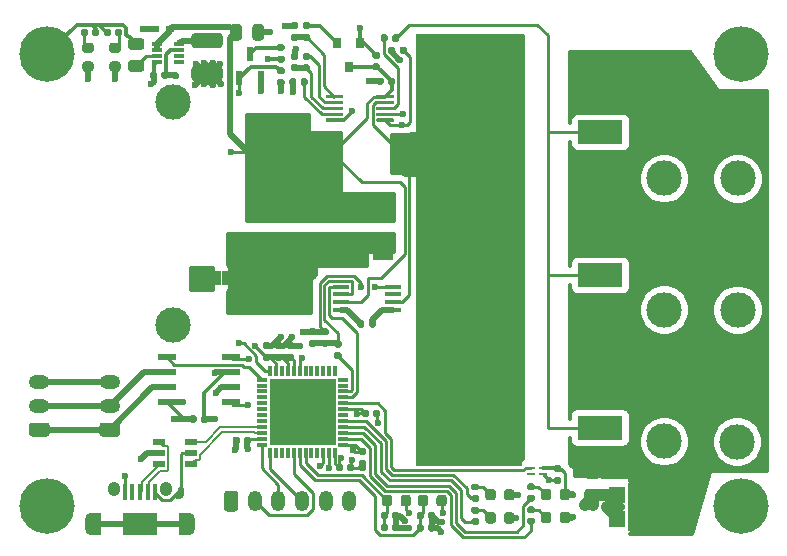
<source format=gbr>
G04 #@! TF.GenerationSoftware,KiCad,Pcbnew,5.1.6-c6e7f7d~87~ubuntu19.10.1*
G04 #@! TF.CreationDate,2021-03-15T12:51:18-04:00*
G04 #@! TF.ProjectId,icarus,69636172-7573-42e6-9b69-6361645f7063,V1.0*
G04 #@! TF.SameCoordinates,Original*
G04 #@! TF.FileFunction,Copper,L1,Top*
G04 #@! TF.FilePolarity,Positive*
%FSLAX46Y46*%
G04 Gerber Fmt 4.6, Leading zero omitted, Abs format (unit mm)*
G04 Created by KiCad (PCBNEW 5.1.6-c6e7f7d~87~ubuntu19.10.1) date 2021-03-15 12:51:18*
%MOMM*%
%LPD*%
G01*
G04 APERTURE LIST*
G04 #@! TA.AperFunction,SMDPad,CuDef*
%ADD10R,1.549400X0.609600*%
G04 #@! TD*
G04 #@! TA.AperFunction,ComponentPad*
%ADD11C,4.716000*%
G04 #@! TD*
G04 #@! TA.AperFunction,ComponentPad*
%ADD12C,3.000000*%
G04 #@! TD*
G04 #@! TA.AperFunction,SMDPad,CuDef*
%ADD13R,3.810000X2.006600*%
G04 #@! TD*
G04 #@! TA.AperFunction,SMDPad,CuDef*
%ADD14R,8.991600X11.506200*%
G04 #@! TD*
G04 #@! TA.AperFunction,SMDPad,CuDef*
%ADD15R,0.762000X0.254000*%
G04 #@! TD*
G04 #@! TA.AperFunction,ComponentPad*
%ADD16O,1.050000X1.250000*%
G04 #@! TD*
G04 #@! TA.AperFunction,SMDPad,CuDef*
%ADD17R,0.400000X1.350000*%
G04 #@! TD*
G04 #@! TA.AperFunction,ComponentPad*
%ADD18O,1.000000X1.900000*%
G04 #@! TD*
G04 #@! TA.AperFunction,SMDPad,CuDef*
%ADD19R,2.900000X1.900000*%
G04 #@! TD*
G04 #@! TA.AperFunction,SMDPad,CuDef*
%ADD20R,0.875000X1.900000*%
G04 #@! TD*
G04 #@! TA.AperFunction,SMDPad,CuDef*
%ADD21R,1.651000X2.184400*%
G04 #@! TD*
G04 #@! TA.AperFunction,SMDPad,CuDef*
%ADD22R,0.700000X0.500000*%
G04 #@! TD*
G04 #@! TA.AperFunction,ComponentPad*
%ADD23C,4.700000*%
G04 #@! TD*
G04 #@! TA.AperFunction,ComponentPad*
%ADD24O,1.200000X1.750000*%
G04 #@! TD*
G04 #@! TA.AperFunction,SMDPad,CuDef*
%ADD25R,0.800000X0.900000*%
G04 #@! TD*
G04 #@! TA.AperFunction,SMDPad,CuDef*
%ADD26R,0.600000X1.300000*%
G04 #@! TD*
G04 #@! TA.AperFunction,SMDPad,CuDef*
%ADD27R,0.850000X0.300000*%
G04 #@! TD*
G04 #@! TA.AperFunction,SMDPad,CuDef*
%ADD28R,0.812800X0.304800*%
G04 #@! TD*
G04 #@! TA.AperFunction,SMDPad,CuDef*
%ADD29R,0.304800X0.812800*%
G04 #@! TD*
G04 #@! TA.AperFunction,SMDPad,CuDef*
%ADD30R,5.689600X5.689600*%
G04 #@! TD*
G04 #@! TA.AperFunction,SMDPad,CuDef*
%ADD31R,5.308600X4.140200*%
G04 #@! TD*
G04 #@! TA.AperFunction,SMDPad,CuDef*
%ADD32R,1.346200X1.346200*%
G04 #@! TD*
G04 #@! TA.AperFunction,SMDPad,CuDef*
%ADD33R,1.397000X0.431800*%
G04 #@! TD*
G04 #@! TA.AperFunction,SMDPad,CuDef*
%ADD34R,1.000000X0.550000*%
G04 #@! TD*
G04 #@! TA.AperFunction,ComponentPad*
%ADD35O,1.750000X1.200000*%
G04 #@! TD*
G04 #@! TA.AperFunction,SMDPad,CuDef*
%ADD36R,1.270000X1.270000*%
G04 #@! TD*
G04 #@! TA.AperFunction,ViaPad*
%ADD37C,0.600000*%
G04 #@! TD*
G04 #@! TA.AperFunction,ViaPad*
%ADD38C,0.800000*%
G04 #@! TD*
G04 #@! TA.AperFunction,Conductor*
%ADD39C,0.250000*%
G04 #@! TD*
G04 #@! TA.AperFunction,Conductor*
%ADD40C,0.300000*%
G04 #@! TD*
G04 #@! TA.AperFunction,Conductor*
%ADD41C,0.500000*%
G04 #@! TD*
G04 #@! TA.AperFunction,Conductor*
%ADD42C,0.200000*%
G04 #@! TD*
G04 #@! TA.AperFunction,Conductor*
%ADD43C,1.000000*%
G04 #@! TD*
G04 #@! TA.AperFunction,Conductor*
%ADD44C,0.254000*%
G04 #@! TD*
G04 APERTURE END LIST*
G04 #@! TO.P,R15,2*
G04 #@! TO.N,+3V3*
G04 #@! TA.AperFunction,SMDPad,CuDef*
G36*
G01*
X145185000Y-82652500D02*
X145185000Y-82997500D01*
G75*
G02*
X145037500Y-83145000I-147500J0D01*
G01*
X144742500Y-83145000D01*
G75*
G02*
X144595000Y-82997500I0J147500D01*
G01*
X144595000Y-82652500D01*
G75*
G02*
X144742500Y-82505000I147500J0D01*
G01*
X145037500Y-82505000D01*
G75*
G02*
X145185000Y-82652500I0J-147500D01*
G01*
G37*
G04 #@! TD.AperFunction*
G04 #@! TO.P,R15,1*
G04 #@! TO.N,PG*
G04 #@! TA.AperFunction,SMDPad,CuDef*
G36*
G01*
X146155000Y-82652500D02*
X146155000Y-82997500D01*
G75*
G02*
X146007500Y-83145000I-147500J0D01*
G01*
X145712500Y-83145000D01*
G75*
G02*
X145565000Y-82997500I0J147500D01*
G01*
X145565000Y-82652500D01*
G75*
G02*
X145712500Y-82505000I147500J0D01*
G01*
X146007500Y-82505000D01*
G75*
G02*
X146155000Y-82652500I0J-147500D01*
G01*
G37*
G04 #@! TD.AperFunction*
G04 #@! TD*
G04 #@! TO.P,R7,1*
G04 #@! TO.N,Net-(MOSFET2-PadP$2)*
G04 #@! TA.AperFunction,SMDPad,CuDef*
G36*
G01*
X137497500Y-80455000D02*
X137842500Y-80455000D01*
G75*
G02*
X137990000Y-80602500I0J-147500D01*
G01*
X137990000Y-80897500D01*
G75*
G02*
X137842500Y-81045000I-147500J0D01*
G01*
X137497500Y-81045000D01*
G75*
G02*
X137350000Y-80897500I0J147500D01*
G01*
X137350000Y-80602500D01*
G75*
G02*
X137497500Y-80455000I147500J0D01*
G01*
G37*
G04 #@! TD.AperFunction*
G04 #@! TO.P,R7,2*
G04 #@! TO.N,EN*
G04 #@! TA.AperFunction,SMDPad,CuDef*
G36*
G01*
X137497500Y-81425000D02*
X137842500Y-81425000D01*
G75*
G02*
X137990000Y-81572500I0J-147500D01*
G01*
X137990000Y-81867500D01*
G75*
G02*
X137842500Y-82015000I-147500J0D01*
G01*
X137497500Y-82015000D01*
G75*
G02*
X137350000Y-81867500I0J147500D01*
G01*
X137350000Y-81572500D01*
G75*
G02*
X137497500Y-81425000I147500J0D01*
G01*
G37*
G04 #@! TD.AperFunction*
G04 #@! TD*
G04 #@! TO.P,R16,2*
G04 #@! TO.N,GND*
G04 #@! TA.AperFunction,SMDPad,CuDef*
G36*
G01*
X136842500Y-83635000D02*
X136497500Y-83635000D01*
G75*
G02*
X136350000Y-83487500I0J147500D01*
G01*
X136350000Y-83192500D01*
G75*
G02*
X136497500Y-83045000I147500J0D01*
G01*
X136842500Y-83045000D01*
G75*
G02*
X136990000Y-83192500I0J-147500D01*
G01*
X136990000Y-83487500D01*
G75*
G02*
X136842500Y-83635000I-147500J0D01*
G01*
G37*
G04 #@! TD.AperFunction*
G04 #@! TO.P,R16,1*
G04 #@! TO.N,PROG*
G04 #@! TA.AperFunction,SMDPad,CuDef*
G36*
G01*
X136842500Y-84605000D02*
X136497500Y-84605000D01*
G75*
G02*
X136350000Y-84457500I0J147500D01*
G01*
X136350000Y-84162500D01*
G75*
G02*
X136497500Y-84015000I147500J0D01*
G01*
X136842500Y-84015000D01*
G75*
G02*
X136990000Y-84162500I0J-147500D01*
G01*
X136990000Y-84457500D01*
G75*
G02*
X136842500Y-84605000I-147500J0D01*
G01*
G37*
G04 #@! TD.AperFunction*
G04 #@! TD*
G04 #@! TO.P,R9,1*
G04 #@! TO.N,EN*
G04 #@! TA.AperFunction,SMDPad,CuDef*
G36*
G01*
X136832500Y-82015000D02*
X136487500Y-82015000D01*
G75*
G02*
X136340000Y-81867500I0J147500D01*
G01*
X136340000Y-81572500D01*
G75*
G02*
X136487500Y-81425000I147500J0D01*
G01*
X136832500Y-81425000D01*
G75*
G02*
X136980000Y-81572500I0J-147500D01*
G01*
X136980000Y-81867500D01*
G75*
G02*
X136832500Y-82015000I-147500J0D01*
G01*
G37*
G04 #@! TD.AperFunction*
G04 #@! TO.P,R9,2*
G04 #@! TO.N,GND*
G04 #@! TA.AperFunction,SMDPad,CuDef*
G36*
G01*
X136832500Y-81045000D02*
X136487500Y-81045000D01*
G75*
G02*
X136340000Y-80897500I0J147500D01*
G01*
X136340000Y-80602500D01*
G75*
G02*
X136487500Y-80455000I147500J0D01*
G01*
X136832500Y-80455000D01*
G75*
G02*
X136980000Y-80602500I0J-147500D01*
G01*
X136980000Y-80897500D01*
G75*
G02*
X136832500Y-81045000I-147500J0D01*
G01*
G37*
G04 #@! TD.AperFunction*
G04 #@! TD*
G04 #@! TO.P,C14,2*
G04 #@! TO.N,TIMER*
G04 #@! TA.AperFunction,SMDPad,CuDef*
G36*
G01*
X137180000Y-85682500D02*
X137180000Y-85337500D01*
G75*
G02*
X137327500Y-85190000I147500J0D01*
G01*
X137622500Y-85190000D01*
G75*
G02*
X137770000Y-85337500I0J-147500D01*
G01*
X137770000Y-85682500D01*
G75*
G02*
X137622500Y-85830000I-147500J0D01*
G01*
X137327500Y-85830000D01*
G75*
G02*
X137180000Y-85682500I0J147500D01*
G01*
G37*
G04 #@! TD.AperFunction*
G04 #@! TO.P,C14,1*
G04 #@! TO.N,GND*
G04 #@! TA.AperFunction,SMDPad,CuDef*
G36*
G01*
X136210000Y-85682500D02*
X136210000Y-85337500D01*
G75*
G02*
X136357500Y-85190000I147500J0D01*
G01*
X136652500Y-85190000D01*
G75*
G02*
X136800000Y-85337500I0J-147500D01*
G01*
X136800000Y-85682500D01*
G75*
G02*
X136652500Y-85830000I-147500J0D01*
G01*
X136357500Y-85830000D01*
G75*
G02*
X136210000Y-85682500I0J147500D01*
G01*
G37*
G04 #@! TD.AperFunction*
G04 #@! TD*
G04 #@! TO.P,R14,1*
G04 #@! TO.N,Net-(R14-Pad1)*
G04 #@! TA.AperFunction,SMDPad,CuDef*
G36*
G01*
X137497500Y-83050000D02*
X137842500Y-83050000D01*
G75*
G02*
X137990000Y-83197500I0J-147500D01*
G01*
X137990000Y-83492500D01*
G75*
G02*
X137842500Y-83640000I-147500J0D01*
G01*
X137497500Y-83640000D01*
G75*
G02*
X137350000Y-83492500I0J147500D01*
G01*
X137350000Y-83197500D01*
G75*
G02*
X137497500Y-83050000I147500J0D01*
G01*
G37*
G04 #@! TD.AperFunction*
G04 #@! TO.P,R14,2*
G04 #@! TO.N,PROG*
G04 #@! TA.AperFunction,SMDPad,CuDef*
G36*
G01*
X137497500Y-84020000D02*
X137842500Y-84020000D01*
G75*
G02*
X137990000Y-84167500I0J-147500D01*
G01*
X137990000Y-84462500D01*
G75*
G02*
X137842500Y-84610000I-147500J0D01*
G01*
X137497500Y-84610000D01*
G75*
G02*
X137350000Y-84462500I0J147500D01*
G01*
X137350000Y-84167500D01*
G75*
G02*
X137497500Y-84020000I147500J0D01*
G01*
G37*
G04 #@! TD.AperFunction*
G04 #@! TD*
D10*
G04 #@! TO.P,U3,1*
G04 #@! TO.N,CAN_TX*
X131260000Y-112635000D03*
G04 #@! TO.P,U3,2*
G04 #@! TO.N,GND*
X131260000Y-111365000D03*
G04 #@! TO.P,U3,3*
G04 #@! TO.N,+3V3*
X131260000Y-110095000D03*
G04 #@! TO.P,U3,4*
G04 #@! TO.N,CAN_RX*
X131260000Y-108825000D03*
G04 #@! TO.P,U3,5*
G04 #@! TO.N,CAN_SHDN*
X125860000Y-108825000D03*
G04 #@! TO.P,U3,6*
G04 #@! TO.N,CAN_L*
X125860000Y-110095000D03*
G04 #@! TO.P,U3,7*
G04 #@! TO.N,CAN_H*
X125860000Y-111365000D03*
G04 #@! TO.P,U3,8*
G04 #@! TO.N,GND*
X125860000Y-112635000D03*
G04 #@! TD*
D11*
G04 #@! TO.P,U4,+*
G04 #@! TO.N,VSENSE_HIGH*
X135800000Y-91210000D03*
G04 #@! TO.P,U4,-*
G04 #@! TO.N,GNDPWR*
X135800000Y-102110000D03*
D12*
G04 #@! TO.P,U4,S1*
G04 #@! TO.N,N/C*
X126400000Y-106110000D03*
G04 #@! TO.P,U4,S2*
X126400000Y-87210000D03*
G04 #@! TD*
D13*
G04 #@! TO.P,MOSFET5,1*
G04 #@! TO.N,Net-(MOSFET1-Pad1)*
X162530399Y-101845000D03*
G04 #@! TO.P,MOSFET5,3*
G04 #@! TO.N,OUT*
X162530399Y-96765000D03*
D14*
G04 #@! TO.P,MOSFET5,2*
G04 #@! TO.N,VSENSE_LOW*
X151430398Y-99305000D03*
G04 #@! TD*
D13*
G04 #@! TO.P,MOSFET1,1*
G04 #@! TO.N,Net-(MOSFET1-Pad1)*
X162505001Y-114765000D03*
G04 #@! TO.P,MOSFET1,3*
G04 #@! TO.N,OUT*
X162505001Y-109685000D03*
D14*
G04 #@! TO.P,MOSFET1,2*
G04 #@! TO.N,VSENSE_LOW*
X151405000Y-112225000D03*
G04 #@! TD*
D15*
G04 #@! TO.P,U15,1*
G04 #@! TO.N,MOSFET_TEMP*
X156694400Y-118170000D03*
G04 #@! TO.P,U15,2*
G04 #@! TO.N,Net-(U15-Pad2)*
X156694400Y-118728800D03*
G04 #@! TO.P,U15,3*
G04 #@! TO.N,GND*
X157685000Y-118728800D03*
G04 #@! TO.P,U15,4*
G04 #@! TO.N,+3V3*
X157685000Y-118170000D03*
G04 #@! TD*
G04 #@! TO.P,C17,2*
G04 #@! TO.N,GND*
G04 #@! TA.AperFunction,SMDPad,CuDef*
G36*
G01*
X158772500Y-118940000D02*
X159117500Y-118940000D01*
G75*
G02*
X159265000Y-119087500I0J-147500D01*
G01*
X159265000Y-119382500D01*
G75*
G02*
X159117500Y-119530000I-147500J0D01*
G01*
X158772500Y-119530000D01*
G75*
G02*
X158625000Y-119382500I0J147500D01*
G01*
X158625000Y-119087500D01*
G75*
G02*
X158772500Y-118940000I147500J0D01*
G01*
G37*
G04 #@! TD.AperFunction*
G04 #@! TO.P,C17,1*
G04 #@! TO.N,+3V3*
G04 #@! TA.AperFunction,SMDPad,CuDef*
G36*
G01*
X158772500Y-117970000D02*
X159117500Y-117970000D01*
G75*
G02*
X159265000Y-118117500I0J-147500D01*
G01*
X159265000Y-118412500D01*
G75*
G02*
X159117500Y-118560000I-147500J0D01*
G01*
X158772500Y-118560000D01*
G75*
G02*
X158625000Y-118412500I0J147500D01*
G01*
X158625000Y-118117500D01*
G75*
G02*
X158772500Y-117970000I147500J0D01*
G01*
G37*
G04 #@! TD.AperFunction*
G04 #@! TD*
D16*
G04 #@! TO.P,J4,6*
G04 #@! TO.N,Net-(J4-Pad6)*
X121355000Y-119930000D03*
D17*
G04 #@! TO.P,J4,5*
G04 #@! TO.N,GND*
X122280000Y-120255000D03*
G04 #@! TO.P,J4,4*
G04 #@! TO.N,Net-(J4-Pad4)*
X122930000Y-120255000D03*
G04 #@! TO.P,J4,3*
G04 #@! TO.N,USB_CONN_D+*
X123580000Y-120255000D03*
G04 #@! TO.P,J4,1*
G04 #@! TO.N,+5V*
X124880000Y-120255000D03*
D16*
G04 #@! TO.P,J4,6*
G04 #@! TO.N,Net-(J4-Pad6)*
X125805000Y-119930000D03*
D18*
X119405000Y-122930000D03*
X127755000Y-122930000D03*
D17*
G04 #@! TO.P,J4,2*
G04 #@! TO.N,USB_CONN_D-*
X124230000Y-120255000D03*
D19*
G04 #@! TO.P,J4,6*
G04 #@! TO.N,Net-(J4-Pad6)*
X123580000Y-122930000D03*
D20*
X127317500Y-122930000D03*
X119842500Y-122930000D03*
G04 #@! TD*
G04 #@! TO.P,U8,1*
G04 #@! TO.N,EN*
G04 #@! TA.AperFunction,SMDPad,CuDef*
G36*
G01*
X139305000Y-86845000D02*
X139305000Y-86635000D01*
G75*
G02*
X139340000Y-86600000I35000J0D01*
G01*
X140740000Y-86600000D01*
G75*
G02*
X140775000Y-86635000I0J-35000D01*
G01*
X140775000Y-86845000D01*
G75*
G02*
X140740000Y-86880000I-35000J0D01*
G01*
X139340000Y-86880000D01*
G75*
G02*
X139305000Y-86845000I0J35000D01*
G01*
G37*
G04 #@! TD.AperFunction*
G04 #@! TO.P,U8,2*
G04 #@! TO.N,Net-(R14-Pad1)*
G04 #@! TA.AperFunction,SMDPad,CuDef*
G36*
G01*
X139305000Y-87345000D02*
X139305000Y-87135000D01*
G75*
G02*
X139340000Y-87100000I35000J0D01*
G01*
X140740000Y-87100000D01*
G75*
G02*
X140775000Y-87135000I0J-35000D01*
G01*
X140775000Y-87345000D01*
G75*
G02*
X140740000Y-87380000I-35000J0D01*
G01*
X139340000Y-87380000D01*
G75*
G02*
X139305000Y-87345000I0J35000D01*
G01*
G37*
G04 #@! TD.AperFunction*
G04 #@! TO.P,U8,3*
G04 #@! TO.N,PROG*
G04 #@! TA.AperFunction,SMDPad,CuDef*
G36*
G01*
X139305000Y-87845000D02*
X139305000Y-87635000D01*
G75*
G02*
X139340000Y-87600000I35000J0D01*
G01*
X140740000Y-87600000D01*
G75*
G02*
X140775000Y-87635000I0J-35000D01*
G01*
X140775000Y-87845000D01*
G75*
G02*
X140740000Y-87880000I-35000J0D01*
G01*
X139340000Y-87880000D01*
G75*
G02*
X139305000Y-87845000I0J35000D01*
G01*
G37*
G04 #@! TD.AperFunction*
G04 #@! TO.P,U8,4*
G04 #@! TO.N,TIMER*
G04 #@! TA.AperFunction,SMDPad,CuDef*
G36*
G01*
X139305000Y-88345000D02*
X139305000Y-88135000D01*
G75*
G02*
X139340000Y-88100000I35000J0D01*
G01*
X140740000Y-88100000D01*
G75*
G02*
X140775000Y-88135000I0J-35000D01*
G01*
X140775000Y-88345000D01*
G75*
G02*
X140740000Y-88380000I-35000J0D01*
G01*
X139340000Y-88380000D01*
G75*
G02*
X139305000Y-88345000I0J35000D01*
G01*
G37*
G04 #@! TD.AperFunction*
G04 #@! TO.P,U8,5*
G04 #@! TO.N,GND*
G04 #@! TA.AperFunction,SMDPad,CuDef*
G36*
G01*
X139305000Y-88845000D02*
X139305000Y-88635000D01*
G75*
G02*
X139340000Y-88600000I35000J0D01*
G01*
X140740000Y-88600000D01*
G75*
G02*
X140775000Y-88635000I0J-35000D01*
G01*
X140775000Y-88845000D01*
G75*
G02*
X140740000Y-88880000I-35000J0D01*
G01*
X139340000Y-88880000D01*
G75*
G02*
X139305000Y-88845000I0J35000D01*
G01*
G37*
G04 #@! TD.AperFunction*
G04 #@! TO.P,U8,6*
G04 #@! TO.N,PG*
G04 #@! TA.AperFunction,SMDPad,CuDef*
G36*
G01*
X143605000Y-88845000D02*
X143605000Y-88635000D01*
G75*
G02*
X143640000Y-88600000I35000J0D01*
G01*
X145040000Y-88600000D01*
G75*
G02*
X145075000Y-88635000I0J-35000D01*
G01*
X145075000Y-88845000D01*
G75*
G02*
X145040000Y-88880000I-35000J0D01*
G01*
X143640000Y-88880000D01*
G75*
G02*
X143605000Y-88845000I0J35000D01*
G01*
G37*
G04 #@! TD.AperFunction*
G04 #@! TO.P,U8,7*
G04 #@! TO.N,OUT*
G04 #@! TA.AperFunction,SMDPad,CuDef*
G36*
G01*
X143605000Y-88345000D02*
X143605000Y-88135000D01*
G75*
G02*
X143640000Y-88100000I35000J0D01*
G01*
X145040000Y-88100000D01*
G75*
G02*
X145075000Y-88135000I0J-35000D01*
G01*
X145075000Y-88345000D01*
G75*
G02*
X145040000Y-88380000I-35000J0D01*
G01*
X143640000Y-88380000D01*
G75*
G02*
X143605000Y-88345000I0J35000D01*
G01*
G37*
G04 #@! TD.AperFunction*
G04 #@! TO.P,U8,8*
G04 #@! TO.N,GATE*
G04 #@! TA.AperFunction,SMDPad,CuDef*
G36*
G01*
X143605000Y-87845000D02*
X143605000Y-87635000D01*
G75*
G02*
X143640000Y-87600000I35000J0D01*
G01*
X145040000Y-87600000D01*
G75*
G02*
X145075000Y-87635000I0J-35000D01*
G01*
X145075000Y-87845000D01*
G75*
G02*
X145040000Y-87880000I-35000J0D01*
G01*
X143640000Y-87880000D01*
G75*
G02*
X143605000Y-87845000I0J35000D01*
G01*
G37*
G04 #@! TD.AperFunction*
G04 #@! TO.P,U8,9*
G04 #@! TO.N,VSENSE_LOW*
G04 #@! TA.AperFunction,SMDPad,CuDef*
G36*
G01*
X143605000Y-87345000D02*
X143605000Y-87135000D01*
G75*
G02*
X143640000Y-87100000I35000J0D01*
G01*
X145040000Y-87100000D01*
G75*
G02*
X145075000Y-87135000I0J-35000D01*
G01*
X145075000Y-87345000D01*
G75*
G02*
X145040000Y-87380000I-35000J0D01*
G01*
X143640000Y-87380000D01*
G75*
G02*
X143605000Y-87345000I0J35000D01*
G01*
G37*
G04 #@! TD.AperFunction*
G04 #@! TO.P,U8,10*
G04 #@! TO.N,VSENSE_HIGH*
G04 #@! TA.AperFunction,SMDPad,CuDef*
G36*
G01*
X143605000Y-86845000D02*
X143605000Y-86635000D01*
G75*
G02*
X143640000Y-86600000I35000J0D01*
G01*
X145040000Y-86600000D01*
G75*
G02*
X145075000Y-86635000I0J-35000D01*
G01*
X145075000Y-86845000D01*
G75*
G02*
X145040000Y-86880000I-35000J0D01*
G01*
X143640000Y-86880000D01*
G75*
G02*
X143605000Y-86845000I0J35000D01*
G01*
G37*
G04 #@! TD.AperFunction*
G04 #@! TD*
G04 #@! TO.P,C1,1*
G04 #@! TO.N,GND*
G04 #@! TA.AperFunction,SMDPad,CuDef*
G36*
G01*
X127780000Y-114222500D02*
X127780000Y-113877500D01*
G75*
G02*
X127927500Y-113730000I147500J0D01*
G01*
X128222500Y-113730000D01*
G75*
G02*
X128370000Y-113877500I0J-147500D01*
G01*
X128370000Y-114222500D01*
G75*
G02*
X128222500Y-114370000I-147500J0D01*
G01*
X127927500Y-114370000D01*
G75*
G02*
X127780000Y-114222500I0J147500D01*
G01*
G37*
G04 #@! TD.AperFunction*
G04 #@! TO.P,C1,2*
G04 #@! TO.N,+3V3*
G04 #@! TA.AperFunction,SMDPad,CuDef*
G36*
G01*
X128750000Y-114222500D02*
X128750000Y-113877500D01*
G75*
G02*
X128897500Y-113730000I147500J0D01*
G01*
X129192500Y-113730000D01*
G75*
G02*
X129340000Y-113877500I0J-147500D01*
G01*
X129340000Y-114222500D01*
G75*
G02*
X129192500Y-114370000I-147500J0D01*
G01*
X128897500Y-114370000D01*
G75*
G02*
X128750000Y-114222500I0J147500D01*
G01*
G37*
G04 #@! TD.AperFunction*
G04 #@! TD*
G04 #@! TO.P,C2,2*
G04 #@! TO.N,GND*
G04 #@! TA.AperFunction,SMDPad,CuDef*
G36*
G01*
X133110000Y-81756250D02*
X133110000Y-80843750D01*
G75*
G02*
X133353750Y-80600000I243750J0D01*
G01*
X133841250Y-80600000D01*
G75*
G02*
X134085000Y-80843750I0J-243750D01*
G01*
X134085000Y-81756250D01*
G75*
G02*
X133841250Y-82000000I-243750J0D01*
G01*
X133353750Y-82000000D01*
G75*
G02*
X133110000Y-81756250I0J243750D01*
G01*
G37*
G04 #@! TD.AperFunction*
G04 #@! TO.P,C2,1*
G04 #@! TO.N,VSENSE_HIGH*
G04 #@! TA.AperFunction,SMDPad,CuDef*
G36*
G01*
X131235000Y-81756250D02*
X131235000Y-80843750D01*
G75*
G02*
X131478750Y-80600000I243750J0D01*
G01*
X131966250Y-80600000D01*
G75*
G02*
X132210000Y-80843750I0J-243750D01*
G01*
X132210000Y-81756250D01*
G75*
G02*
X131966250Y-82000000I-243750J0D01*
G01*
X131478750Y-82000000D01*
G75*
G02*
X131235000Y-81756250I0J243750D01*
G01*
G37*
G04 #@! TD.AperFunction*
G04 #@! TD*
G04 #@! TO.P,C3,1*
G04 #@! TO.N,+3V3*
G04 #@! TA.AperFunction,SMDPad,CuDef*
G36*
G01*
X124435000Y-85122500D02*
X124435000Y-84777500D01*
G75*
G02*
X124582500Y-84630000I147500J0D01*
G01*
X124877500Y-84630000D01*
G75*
G02*
X125025000Y-84777500I0J-147500D01*
G01*
X125025000Y-85122500D01*
G75*
G02*
X124877500Y-85270000I-147500J0D01*
G01*
X124582500Y-85270000D01*
G75*
G02*
X124435000Y-85122500I0J147500D01*
G01*
G37*
G04 #@! TD.AperFunction*
G04 #@! TO.P,C3,2*
G04 #@! TO.N,GND*
G04 #@! TA.AperFunction,SMDPad,CuDef*
G36*
G01*
X125405000Y-85122500D02*
X125405000Y-84777500D01*
G75*
G02*
X125552500Y-84630000I147500J0D01*
G01*
X125847500Y-84630000D01*
G75*
G02*
X125995000Y-84777500I0J-147500D01*
G01*
X125995000Y-85122500D01*
G75*
G02*
X125847500Y-85270000I-147500J0D01*
G01*
X125552500Y-85270000D01*
G75*
G02*
X125405000Y-85122500I0J147500D01*
G01*
G37*
G04 #@! TD.AperFunction*
G04 #@! TD*
G04 #@! TO.P,C4,1*
G04 #@! TO.N,Net-(C4-Pad1)*
G04 #@! TA.AperFunction,SMDPad,CuDef*
G36*
G01*
X123716250Y-84645000D02*
X122803750Y-84645000D01*
G75*
G02*
X122560000Y-84401250I0J243750D01*
G01*
X122560000Y-83913750D01*
G75*
G02*
X122803750Y-83670000I243750J0D01*
G01*
X123716250Y-83670000D01*
G75*
G02*
X123960000Y-83913750I0J-243750D01*
G01*
X123960000Y-84401250D01*
G75*
G02*
X123716250Y-84645000I-243750J0D01*
G01*
G37*
G04 #@! TD.AperFunction*
G04 #@! TO.P,C4,2*
G04 #@! TO.N,GND*
G04 #@! TA.AperFunction,SMDPad,CuDef*
G36*
G01*
X123716250Y-82770000D02*
X122803750Y-82770000D01*
G75*
G02*
X122560000Y-82526250I0J243750D01*
G01*
X122560000Y-82038750D01*
G75*
G02*
X122803750Y-81795000I243750J0D01*
G01*
X123716250Y-81795000D01*
G75*
G02*
X123960000Y-82038750I0J-243750D01*
G01*
X123960000Y-82526250D01*
G75*
G02*
X123716250Y-82770000I-243750J0D01*
G01*
G37*
G04 #@! TD.AperFunction*
G04 #@! TD*
G04 #@! TO.P,C5,1*
G04 #@! TO.N,NRST*
G04 #@! TA.AperFunction,SMDPad,CuDef*
G36*
G01*
X142345000Y-113747500D02*
X142345000Y-113402500D01*
G75*
G02*
X142492500Y-113255000I147500J0D01*
G01*
X142787500Y-113255000D01*
G75*
G02*
X142935000Y-113402500I0J-147500D01*
G01*
X142935000Y-113747500D01*
G75*
G02*
X142787500Y-113895000I-147500J0D01*
G01*
X142492500Y-113895000D01*
G75*
G02*
X142345000Y-113747500I0J147500D01*
G01*
G37*
G04 #@! TD.AperFunction*
G04 #@! TO.P,C5,2*
G04 #@! TO.N,GND*
G04 #@! TA.AperFunction,SMDPad,CuDef*
G36*
G01*
X143315000Y-113747500D02*
X143315000Y-113402500D01*
G75*
G02*
X143462500Y-113255000I147500J0D01*
G01*
X143757500Y-113255000D01*
G75*
G02*
X143905000Y-113402500I0J-147500D01*
G01*
X143905000Y-113747500D01*
G75*
G02*
X143757500Y-113895000I-147500J0D01*
G01*
X143462500Y-113895000D01*
G75*
G02*
X143315000Y-113747500I0J147500D01*
G01*
G37*
G04 #@! TD.AperFunction*
G04 #@! TD*
G04 #@! TO.P,C6,2*
G04 #@! TO.N,GND*
G04 #@! TA.AperFunction,SMDPad,CuDef*
G36*
G01*
X144210000Y-85277500D02*
X144210000Y-85622500D01*
G75*
G02*
X144062500Y-85770000I-147500J0D01*
G01*
X143767500Y-85770000D01*
G75*
G02*
X143620000Y-85622500I0J147500D01*
G01*
X143620000Y-85277500D01*
G75*
G02*
X143767500Y-85130000I147500J0D01*
G01*
X144062500Y-85130000D01*
G75*
G02*
X144210000Y-85277500I0J-147500D01*
G01*
G37*
G04 #@! TD.AperFunction*
G04 #@! TO.P,C6,1*
G04 #@! TO.N,VSENSE_HIGH*
G04 #@! TA.AperFunction,SMDPad,CuDef*
G36*
G01*
X145180000Y-85277500D02*
X145180000Y-85622500D01*
G75*
G02*
X145032500Y-85770000I-147500J0D01*
G01*
X144737500Y-85770000D01*
G75*
G02*
X144590000Y-85622500I0J147500D01*
G01*
X144590000Y-85277500D01*
G75*
G02*
X144737500Y-85130000I147500J0D01*
G01*
X145032500Y-85130000D01*
G75*
G02*
X145180000Y-85277500I0J-147500D01*
G01*
G37*
G04 #@! TD.AperFunction*
G04 #@! TD*
G04 #@! TO.P,C7,1*
G04 #@! TO.N,OUT*
G04 #@! TA.AperFunction,SMDPad,CuDef*
G36*
G01*
X161443750Y-118112500D02*
X162356250Y-118112500D01*
G75*
G02*
X162600000Y-118356250I0J-243750D01*
G01*
X162600000Y-118843750D01*
G75*
G02*
X162356250Y-119087500I-243750J0D01*
G01*
X161443750Y-119087500D01*
G75*
G02*
X161200000Y-118843750I0J243750D01*
G01*
X161200000Y-118356250D01*
G75*
G02*
X161443750Y-118112500I243750J0D01*
G01*
G37*
G04 #@! TD.AperFunction*
G04 #@! TO.P,C7,2*
G04 #@! TO.N,GNDPWR*
G04 #@! TA.AperFunction,SMDPad,CuDef*
G36*
G01*
X161443750Y-119987500D02*
X162356250Y-119987500D01*
G75*
G02*
X162600000Y-120231250I0J-243750D01*
G01*
X162600000Y-120718750D01*
G75*
G02*
X162356250Y-120962500I-243750J0D01*
G01*
X161443750Y-120962500D01*
G75*
G02*
X161200000Y-120718750I0J243750D01*
G01*
X161200000Y-120231250D01*
G75*
G02*
X161443750Y-119987500I243750J0D01*
G01*
G37*
G04 #@! TD.AperFunction*
G04 #@! TD*
G04 #@! TO.P,C8,2*
G04 #@! TO.N,GND*
G04 #@! TA.AperFunction,SMDPad,CuDef*
G36*
G01*
X136492500Y-108135000D02*
X136147500Y-108135000D01*
G75*
G02*
X136000000Y-107987500I0J147500D01*
G01*
X136000000Y-107692500D01*
G75*
G02*
X136147500Y-107545000I147500J0D01*
G01*
X136492500Y-107545000D01*
G75*
G02*
X136640000Y-107692500I0J-147500D01*
G01*
X136640000Y-107987500D01*
G75*
G02*
X136492500Y-108135000I-147500J0D01*
G01*
G37*
G04 #@! TD.AperFunction*
G04 #@! TO.P,C8,1*
G04 #@! TO.N,+3V3*
G04 #@! TA.AperFunction,SMDPad,CuDef*
G36*
G01*
X136492500Y-109105000D02*
X136147500Y-109105000D01*
G75*
G02*
X136000000Y-108957500I0J147500D01*
G01*
X136000000Y-108662500D01*
G75*
G02*
X136147500Y-108515000I147500J0D01*
G01*
X136492500Y-108515000D01*
G75*
G02*
X136640000Y-108662500I0J-147500D01*
G01*
X136640000Y-108957500D01*
G75*
G02*
X136492500Y-109105000I-147500J0D01*
G01*
G37*
G04 #@! TD.AperFunction*
G04 #@! TD*
G04 #@! TO.P,C9,2*
G04 #@! TO.N,GND*
G04 #@! TA.AperFunction,SMDPad,CuDef*
G36*
G01*
X142247500Y-117485000D02*
X142592500Y-117485000D01*
G75*
G02*
X142740000Y-117632500I0J-147500D01*
G01*
X142740000Y-117927500D01*
G75*
G02*
X142592500Y-118075000I-147500J0D01*
G01*
X142247500Y-118075000D01*
G75*
G02*
X142100000Y-117927500I0J147500D01*
G01*
X142100000Y-117632500D01*
G75*
G02*
X142247500Y-117485000I147500J0D01*
G01*
G37*
G04 #@! TD.AperFunction*
G04 #@! TO.P,C9,1*
G04 #@! TO.N,+3V3*
G04 #@! TA.AperFunction,SMDPad,CuDef*
G36*
G01*
X142247500Y-116515000D02*
X142592500Y-116515000D01*
G75*
G02*
X142740000Y-116662500I0J-147500D01*
G01*
X142740000Y-116957500D01*
G75*
G02*
X142592500Y-117105000I-147500J0D01*
G01*
X142247500Y-117105000D01*
G75*
G02*
X142100000Y-116957500I0J147500D01*
G01*
X142100000Y-116662500D01*
G75*
G02*
X142247500Y-116515000I147500J0D01*
G01*
G37*
G04 #@! TD.AperFunction*
G04 #@! TD*
G04 #@! TO.P,C10,1*
G04 #@! TO.N,+3V3*
G04 #@! TA.AperFunction,SMDPad,CuDef*
G36*
G01*
X135472500Y-109105000D02*
X135127500Y-109105000D01*
G75*
G02*
X134980000Y-108957500I0J147500D01*
G01*
X134980000Y-108662500D01*
G75*
G02*
X135127500Y-108515000I147500J0D01*
G01*
X135472500Y-108515000D01*
G75*
G02*
X135620000Y-108662500I0J-147500D01*
G01*
X135620000Y-108957500D01*
G75*
G02*
X135472500Y-109105000I-147500J0D01*
G01*
G37*
G04 #@! TD.AperFunction*
G04 #@! TO.P,C10,2*
G04 #@! TO.N,GND*
G04 #@! TA.AperFunction,SMDPad,CuDef*
G36*
G01*
X135472500Y-108135000D02*
X135127500Y-108135000D01*
G75*
G02*
X134980000Y-107987500I0J147500D01*
G01*
X134980000Y-107692500D01*
G75*
G02*
X135127500Y-107545000I147500J0D01*
G01*
X135472500Y-107545000D01*
G75*
G02*
X135620000Y-107692500I0J-147500D01*
G01*
X135620000Y-107987500D01*
G75*
G02*
X135472500Y-108135000I-147500J0D01*
G01*
G37*
G04 #@! TD.AperFunction*
G04 #@! TD*
G04 #@! TO.P,C11,2*
G04 #@! TO.N,GND*
G04 #@! TA.AperFunction,SMDPad,CuDef*
G36*
G01*
X134452500Y-108135000D02*
X134107500Y-108135000D01*
G75*
G02*
X133960000Y-107987500I0J147500D01*
G01*
X133960000Y-107692500D01*
G75*
G02*
X134107500Y-107545000I147500J0D01*
G01*
X134452500Y-107545000D01*
G75*
G02*
X134600000Y-107692500I0J-147500D01*
G01*
X134600000Y-107987500D01*
G75*
G02*
X134452500Y-108135000I-147500J0D01*
G01*
G37*
G04 #@! TD.AperFunction*
G04 #@! TO.P,C11,1*
G04 #@! TO.N,+3V3*
G04 #@! TA.AperFunction,SMDPad,CuDef*
G36*
G01*
X134452500Y-109105000D02*
X134107500Y-109105000D01*
G75*
G02*
X133960000Y-108957500I0J147500D01*
G01*
X133960000Y-108662500D01*
G75*
G02*
X134107500Y-108515000I147500J0D01*
G01*
X134452500Y-108515000D01*
G75*
G02*
X134600000Y-108662500I0J-147500D01*
G01*
X134600000Y-108957500D01*
G75*
G02*
X134452500Y-109105000I-147500J0D01*
G01*
G37*
G04 #@! TD.AperFunction*
G04 #@! TD*
G04 #@! TO.P,C12,1*
G04 #@! TO.N,+3V3*
G04 #@! TA.AperFunction,SMDPad,CuDef*
G36*
G01*
X132980000Y-115687500D02*
X132980000Y-116032500D01*
G75*
G02*
X132832500Y-116180000I-147500J0D01*
G01*
X132537500Y-116180000D01*
G75*
G02*
X132390000Y-116032500I0J147500D01*
G01*
X132390000Y-115687500D01*
G75*
G02*
X132537500Y-115540000I147500J0D01*
G01*
X132832500Y-115540000D01*
G75*
G02*
X132980000Y-115687500I0J-147500D01*
G01*
G37*
G04 #@! TD.AperFunction*
G04 #@! TO.P,C12,2*
G04 #@! TO.N,GND*
G04 #@! TA.AperFunction,SMDPad,CuDef*
G36*
G01*
X132010000Y-115687500D02*
X132010000Y-116032500D01*
G75*
G02*
X131862500Y-116180000I-147500J0D01*
G01*
X131567500Y-116180000D01*
G75*
G02*
X131420000Y-116032500I0J147500D01*
G01*
X131420000Y-115687500D01*
G75*
G02*
X131567500Y-115540000I147500J0D01*
G01*
X131862500Y-115540000D01*
G75*
G02*
X132010000Y-115687500I0J-147500D01*
G01*
G37*
G04 #@! TD.AperFunction*
G04 #@! TD*
G04 #@! TO.P,C13,1*
G04 #@! TO.N,+3V3*
G04 #@! TA.AperFunction,SMDPad,CuDef*
G36*
G01*
X140150000Y-118322500D02*
X140150000Y-117977500D01*
G75*
G02*
X140297500Y-117830000I147500J0D01*
G01*
X140592500Y-117830000D01*
G75*
G02*
X140740000Y-117977500I0J-147500D01*
G01*
X140740000Y-118322500D01*
G75*
G02*
X140592500Y-118470000I-147500J0D01*
G01*
X140297500Y-118470000D01*
G75*
G02*
X140150000Y-118322500I0J147500D01*
G01*
G37*
G04 #@! TD.AperFunction*
G04 #@! TO.P,C13,2*
G04 #@! TO.N,GND*
G04 #@! TA.AperFunction,SMDPad,CuDef*
G36*
G01*
X141120000Y-118322500D02*
X141120000Y-117977500D01*
G75*
G02*
X141267500Y-117830000I147500J0D01*
G01*
X141562500Y-117830000D01*
G75*
G02*
X141710000Y-117977500I0J-147500D01*
G01*
X141710000Y-118322500D01*
G75*
G02*
X141562500Y-118470000I-147500J0D01*
G01*
X141267500Y-118470000D01*
G75*
G02*
X141120000Y-118322500I0J147500D01*
G01*
G37*
G04 #@! TD.AperFunction*
G04 #@! TD*
G04 #@! TO.P,C15,1*
G04 #@! TO.N,Net-(C15-Pad1)*
G04 #@! TA.AperFunction,SMDPad,CuDef*
G36*
G01*
X142000000Y-106162500D02*
X142000000Y-105817500D01*
G75*
G02*
X142147500Y-105670000I147500J0D01*
G01*
X142442500Y-105670000D01*
G75*
G02*
X142590000Y-105817500I0J-147500D01*
G01*
X142590000Y-106162500D01*
G75*
G02*
X142442500Y-106310000I-147500J0D01*
G01*
X142147500Y-106310000D01*
G75*
G02*
X142000000Y-106162500I0J147500D01*
G01*
G37*
G04 #@! TD.AperFunction*
G04 #@! TO.P,C15,2*
G04 #@! TO.N,Net-(C15-Pad2)*
G04 #@! TA.AperFunction,SMDPad,CuDef*
G36*
G01*
X142970000Y-106162500D02*
X142970000Y-105817500D01*
G75*
G02*
X143117500Y-105670000I147500J0D01*
G01*
X143412500Y-105670000D01*
G75*
G02*
X143560000Y-105817500I0J-147500D01*
G01*
X143560000Y-106162500D01*
G75*
G02*
X143412500Y-106310000I-147500J0D01*
G01*
X143117500Y-106310000D01*
G75*
G02*
X142970000Y-106162500I0J147500D01*
G01*
G37*
G04 #@! TD.AperFunction*
G04 #@! TD*
G04 #@! TO.P,C16,1*
G04 #@! TO.N,Net-(C16-Pad1)*
G04 #@! TA.AperFunction,SMDPad,CuDef*
G36*
G01*
X139437500Y-107925000D02*
X139092500Y-107925000D01*
G75*
G02*
X138945000Y-107777500I0J147500D01*
G01*
X138945000Y-107482500D01*
G75*
G02*
X139092500Y-107335000I147500J0D01*
G01*
X139437500Y-107335000D01*
G75*
G02*
X139585000Y-107482500I0J-147500D01*
G01*
X139585000Y-107777500D01*
G75*
G02*
X139437500Y-107925000I-147500J0D01*
G01*
G37*
G04 #@! TD.AperFunction*
G04 #@! TO.P,C16,2*
G04 #@! TO.N,GND*
G04 #@! TA.AperFunction,SMDPad,CuDef*
G36*
G01*
X139437500Y-106955000D02*
X139092500Y-106955000D01*
G75*
G02*
X138945000Y-106807500I0J147500D01*
G01*
X138945000Y-106512500D01*
G75*
G02*
X139092500Y-106365000I147500J0D01*
G01*
X139437500Y-106365000D01*
G75*
G02*
X139585000Y-106512500I0J-147500D01*
G01*
X139585000Y-106807500D01*
G75*
G02*
X139437500Y-106955000I-147500J0D01*
G01*
G37*
G04 #@! TD.AperFunction*
G04 #@! TD*
G04 #@! TO.P,C18,2*
G04 #@! TO.N,GND*
G04 #@! TA.AperFunction,SMDPad,CuDef*
G36*
G01*
X147975000Y-123422500D02*
X147975000Y-123077500D01*
G75*
G02*
X148122500Y-122930000I147500J0D01*
G01*
X148417500Y-122930000D01*
G75*
G02*
X148565000Y-123077500I0J-147500D01*
G01*
X148565000Y-123422500D01*
G75*
G02*
X148417500Y-123570000I-147500J0D01*
G01*
X148122500Y-123570000D01*
G75*
G02*
X147975000Y-123422500I0J147500D01*
G01*
G37*
G04 #@! TD.AperFunction*
G04 #@! TO.P,C18,1*
G04 #@! TO.N,24V_SENSE*
G04 #@! TA.AperFunction,SMDPad,CuDef*
G36*
G01*
X147005000Y-123422500D02*
X147005000Y-123077500D01*
G75*
G02*
X147152500Y-122930000I147500J0D01*
G01*
X147447500Y-122930000D01*
G75*
G02*
X147595000Y-123077500I0J-147500D01*
G01*
X147595000Y-123422500D01*
G75*
G02*
X147447500Y-123570000I-147500J0D01*
G01*
X147152500Y-123570000D01*
G75*
G02*
X147005000Y-123422500I0J147500D01*
G01*
G37*
G04 #@! TD.AperFunction*
G04 #@! TD*
G04 #@! TO.P,C19,2*
G04 #@! TO.N,GND*
G04 #@! TA.AperFunction,SMDPad,CuDef*
G36*
G01*
X144940000Y-123412500D02*
X144940000Y-123067500D01*
G75*
G02*
X145087500Y-122920000I147500J0D01*
G01*
X145382500Y-122920000D01*
G75*
G02*
X145530000Y-123067500I0J-147500D01*
G01*
X145530000Y-123412500D01*
G75*
G02*
X145382500Y-123560000I-147500J0D01*
G01*
X145087500Y-123560000D01*
G75*
G02*
X144940000Y-123412500I0J147500D01*
G01*
G37*
G04 #@! TD.AperFunction*
G04 #@! TO.P,C19,1*
G04 #@! TO.N,VSW_SENSE*
G04 #@! TA.AperFunction,SMDPad,CuDef*
G36*
G01*
X143970000Y-123412500D02*
X143970000Y-123067500D01*
G75*
G02*
X144117500Y-122920000I147500J0D01*
G01*
X144412500Y-122920000D01*
G75*
G02*
X144560000Y-123067500I0J-147500D01*
G01*
X144560000Y-123412500D01*
G75*
G02*
X144412500Y-123560000I-147500J0D01*
G01*
X144117500Y-123560000D01*
G75*
G02*
X143970000Y-123412500I0J147500D01*
G01*
G37*
G04 #@! TD.AperFunction*
G04 #@! TD*
D21*
G04 #@! TO.P,CR1,1*
G04 #@! TO.N,VSENSE_HIGH*
X144190000Y-96068200D03*
G04 #@! TO.P,CR1,2*
G04 #@! TO.N,GNDPWR*
X144190000Y-99471800D03*
G04 #@! TD*
G04 #@! TO.P,CR2,2*
G04 #@! TO.N,GNDPWR*
X140700000Y-99451800D03*
G04 #@! TO.P,CR2,1*
G04 #@! TO.N,VSENSE_HIGH*
X140700000Y-96048200D03*
G04 #@! TD*
D22*
G04 #@! TO.P,D1,A*
G04 #@! TO.N,+5V*
X124840000Y-81010000D03*
G04 #@! TO.P,D1,C*
G04 #@! TO.N,VSENSE_HIGH*
X126140000Y-81010000D03*
G04 #@! TD*
G04 #@! TO.P,D2,2*
G04 #@! TO.N,+3V3*
G04 #@! TA.AperFunction,SMDPad,CuDef*
G36*
G01*
X121213750Y-83762500D02*
X121726250Y-83762500D01*
G75*
G02*
X121945000Y-83981250I0J-218750D01*
G01*
X121945000Y-84418750D01*
G75*
G02*
X121726250Y-84637500I-218750J0D01*
G01*
X121213750Y-84637500D01*
G75*
G02*
X120995000Y-84418750I0J218750D01*
G01*
X120995000Y-83981250D01*
G75*
G02*
X121213750Y-83762500I218750J0D01*
G01*
G37*
G04 #@! TD.AperFunction*
G04 #@! TO.P,D2,1*
G04 #@! TO.N,Net-(D2-Pad1)*
G04 #@! TA.AperFunction,SMDPad,CuDef*
G36*
G01*
X121213750Y-82187500D02*
X121726250Y-82187500D01*
G75*
G02*
X121945000Y-82406250I0J-218750D01*
G01*
X121945000Y-82843750D01*
G75*
G02*
X121726250Y-83062500I-218750J0D01*
G01*
X121213750Y-83062500D01*
G75*
G02*
X120995000Y-82843750I0J218750D01*
G01*
X120995000Y-82406250D01*
G75*
G02*
X121213750Y-82187500I218750J0D01*
G01*
G37*
G04 #@! TD.AperFunction*
G04 #@! TD*
G04 #@! TO.P,D3,2*
G04 #@! TO.N,+3V3*
G04 #@! TA.AperFunction,SMDPad,CuDef*
G36*
G01*
X118923750Y-83762500D02*
X119436250Y-83762500D01*
G75*
G02*
X119655000Y-83981250I0J-218750D01*
G01*
X119655000Y-84418750D01*
G75*
G02*
X119436250Y-84637500I-218750J0D01*
G01*
X118923750Y-84637500D01*
G75*
G02*
X118705000Y-84418750I0J218750D01*
G01*
X118705000Y-83981250D01*
G75*
G02*
X118923750Y-83762500I218750J0D01*
G01*
G37*
G04 #@! TD.AperFunction*
G04 #@! TO.P,D3,1*
G04 #@! TO.N,Net-(D3-Pad1)*
G04 #@! TA.AperFunction,SMDPad,CuDef*
G36*
G01*
X118923750Y-82187500D02*
X119436250Y-82187500D01*
G75*
G02*
X119655000Y-82406250I0J-218750D01*
G01*
X119655000Y-82843750D01*
G75*
G02*
X119436250Y-83062500I-218750J0D01*
G01*
X118923750Y-83062500D01*
G75*
G02*
X118705000Y-82843750I0J218750D01*
G01*
X118705000Y-82406250D01*
G75*
G02*
X118923750Y-82187500I218750J0D01*
G01*
G37*
G04 #@! TD.AperFunction*
G04 #@! TD*
G04 #@! TO.P,D4,1*
G04 #@! TO.N,Net-(D4-Pad1)*
G04 #@! TA.AperFunction,SMDPad,CuDef*
G36*
G01*
X157537500Y-122646250D02*
X157537500Y-122133750D01*
G75*
G02*
X157756250Y-121915000I218750J0D01*
G01*
X158193750Y-121915000D01*
G75*
G02*
X158412500Y-122133750I0J-218750D01*
G01*
X158412500Y-122646250D01*
G75*
G02*
X158193750Y-122865000I-218750J0D01*
G01*
X157756250Y-122865000D01*
G75*
G02*
X157537500Y-122646250I0J218750D01*
G01*
G37*
G04 #@! TD.AperFunction*
G04 #@! TO.P,D4,2*
G04 #@! TO.N,+3V3*
G04 #@! TA.AperFunction,SMDPad,CuDef*
G36*
G01*
X159112500Y-122646250D02*
X159112500Y-122133750D01*
G75*
G02*
X159331250Y-121915000I218750J0D01*
G01*
X159768750Y-121915000D01*
G75*
G02*
X159987500Y-122133750I0J-218750D01*
G01*
X159987500Y-122646250D01*
G75*
G02*
X159768750Y-122865000I-218750J0D01*
G01*
X159331250Y-122865000D01*
G75*
G02*
X159112500Y-122646250I0J218750D01*
G01*
G37*
G04 #@! TD.AperFunction*
G04 #@! TD*
G04 #@! TO.P,D5,1*
G04 #@! TO.N,Net-(D5-Pad1)*
G04 #@! TA.AperFunction,SMDPad,CuDef*
G36*
G01*
X157532500Y-120686250D02*
X157532500Y-120173750D01*
G75*
G02*
X157751250Y-119955000I218750J0D01*
G01*
X158188750Y-119955000D01*
G75*
G02*
X158407500Y-120173750I0J-218750D01*
G01*
X158407500Y-120686250D01*
G75*
G02*
X158188750Y-120905000I-218750J0D01*
G01*
X157751250Y-120905000D01*
G75*
G02*
X157532500Y-120686250I0J218750D01*
G01*
G37*
G04 #@! TD.AperFunction*
G04 #@! TO.P,D5,2*
G04 #@! TO.N,+3V3*
G04 #@! TA.AperFunction,SMDPad,CuDef*
G36*
G01*
X159107500Y-120686250D02*
X159107500Y-120173750D01*
G75*
G02*
X159326250Y-119955000I218750J0D01*
G01*
X159763750Y-119955000D01*
G75*
G02*
X159982500Y-120173750I0J-218750D01*
G01*
X159982500Y-120686250D01*
G75*
G02*
X159763750Y-120905000I-218750J0D01*
G01*
X159326250Y-120905000D01*
G75*
G02*
X159107500Y-120686250I0J218750D01*
G01*
G37*
G04 #@! TD.AperFunction*
G04 #@! TD*
G04 #@! TO.P,D6,1*
G04 #@! TO.N,Net-(D6-Pad1)*
G04 #@! TA.AperFunction,SMDPad,CuDef*
G36*
G01*
X152832500Y-122676250D02*
X152832500Y-122163750D01*
G75*
G02*
X153051250Y-121945000I218750J0D01*
G01*
X153488750Y-121945000D01*
G75*
G02*
X153707500Y-122163750I0J-218750D01*
G01*
X153707500Y-122676250D01*
G75*
G02*
X153488750Y-122895000I-218750J0D01*
G01*
X153051250Y-122895000D01*
G75*
G02*
X152832500Y-122676250I0J218750D01*
G01*
G37*
G04 #@! TD.AperFunction*
G04 #@! TO.P,D6,2*
G04 #@! TO.N,+3V3*
G04 #@! TA.AperFunction,SMDPad,CuDef*
G36*
G01*
X154407500Y-122676250D02*
X154407500Y-122163750D01*
G75*
G02*
X154626250Y-121945000I218750J0D01*
G01*
X155063750Y-121945000D01*
G75*
G02*
X155282500Y-122163750I0J-218750D01*
G01*
X155282500Y-122676250D01*
G75*
G02*
X155063750Y-122895000I-218750J0D01*
G01*
X154626250Y-122895000D01*
G75*
G02*
X154407500Y-122676250I0J218750D01*
G01*
G37*
G04 #@! TD.AperFunction*
G04 #@! TD*
G04 #@! TO.P,D7,2*
G04 #@! TO.N,+3V3*
G04 #@! TA.AperFunction,SMDPad,CuDef*
G36*
G01*
X154402500Y-120716250D02*
X154402500Y-120203750D01*
G75*
G02*
X154621250Y-119985000I218750J0D01*
G01*
X155058750Y-119985000D01*
G75*
G02*
X155277500Y-120203750I0J-218750D01*
G01*
X155277500Y-120716250D01*
G75*
G02*
X155058750Y-120935000I-218750J0D01*
G01*
X154621250Y-120935000D01*
G75*
G02*
X154402500Y-120716250I0J218750D01*
G01*
G37*
G04 #@! TD.AperFunction*
G04 #@! TO.P,D7,1*
G04 #@! TO.N,Net-(D7-Pad1)*
G04 #@! TA.AperFunction,SMDPad,CuDef*
G36*
G01*
X152827500Y-120716250D02*
X152827500Y-120203750D01*
G75*
G02*
X153046250Y-119985000I218750J0D01*
G01*
X153483750Y-119985000D01*
G75*
G02*
X153702500Y-120203750I0J-218750D01*
G01*
X153702500Y-120716250D01*
G75*
G02*
X153483750Y-120935000I-218750J0D01*
G01*
X153046250Y-120935000D01*
G75*
G02*
X152827500Y-120716250I0J218750D01*
G01*
G37*
G04 #@! TD.AperFunction*
G04 #@! TD*
D23*
G04 #@! TO.P,H1,1*
G04 #@! TO.N,GND*
X115720000Y-121410000D03*
G04 #@! TD*
G04 #@! TO.P,H2,1*
G04 #@! TO.N,Net-(H2-Pad1)*
X174465000Y-83160000D03*
G04 #@! TD*
G04 #@! TO.P,H3,1*
G04 #@! TO.N,Net-(H3-Pad1)*
X174465000Y-121420000D03*
G04 #@! TD*
G04 #@! TO.P,H4,1*
G04 #@! TO.N,GND*
X115720000Y-83160000D03*
G04 #@! TD*
G04 #@! TO.P,J3,1*
G04 #@! TO.N,+3V3*
G04 #@! TA.AperFunction,ComponentPad*
G36*
G01*
X130700000Y-121625001D02*
X130700000Y-120374999D01*
G75*
G02*
X130949999Y-120125000I249999J0D01*
G01*
X131650001Y-120125000D01*
G75*
G02*
X131900000Y-120374999I0J-249999D01*
G01*
X131900000Y-121625001D01*
G75*
G02*
X131650001Y-121875000I-249999J0D01*
G01*
X130949999Y-121875000D01*
G75*
G02*
X130700000Y-121625001I0J249999D01*
G01*
G37*
G04 #@! TD.AperFunction*
D24*
G04 #@! TO.P,J3,2*
G04 #@! TO.N,SWO*
X133300000Y-121000000D03*
G04 #@! TO.P,J3,3*
G04 #@! TO.N,SWDIO*
X135300000Y-121000000D03*
G04 #@! TO.P,J3,4*
G04 #@! TO.N,SWCLK*
X137300000Y-121000000D03*
G04 #@! TO.P,J3,5*
G04 #@! TO.N,NRST*
X139300000Y-121000000D03*
G04 #@! TO.P,J3,6*
G04 #@! TO.N,GND*
X141300000Y-121000000D03*
G04 #@! TD*
G04 #@! TO.P,L1,1*
G04 #@! TO.N,Net-(L1-Pad1)*
G04 #@! TA.AperFunction,SMDPad,CuDef*
G36*
G01*
X128185000Y-81375000D02*
X130335000Y-81375000D01*
G75*
G02*
X130585000Y-81625000I0J-250000D01*
G01*
X130585000Y-82375000D01*
G75*
G02*
X130335000Y-82625000I-250000J0D01*
G01*
X128185000Y-82625000D01*
G75*
G02*
X127935000Y-82375000I0J250000D01*
G01*
X127935000Y-81625000D01*
G75*
G02*
X128185000Y-81375000I250000J0D01*
G01*
G37*
G04 #@! TD.AperFunction*
G04 #@! TO.P,L1,2*
G04 #@! TO.N,+3V3*
G04 #@! TA.AperFunction,SMDPad,CuDef*
G36*
G01*
X128185000Y-84175000D02*
X130335000Y-84175000D01*
G75*
G02*
X130585000Y-84425000I0J-250000D01*
G01*
X130585000Y-85175000D01*
G75*
G02*
X130335000Y-85425000I-250000J0D01*
G01*
X128185000Y-85425000D01*
G75*
G02*
X127935000Y-85175000I0J250000D01*
G01*
X127935000Y-84425000D01*
G75*
G02*
X128185000Y-84175000I250000J0D01*
G01*
G37*
G04 #@! TD.AperFunction*
G04 #@! TD*
D25*
G04 #@! TO.P,MOSFET2,P$1*
G04 #@! TO.N,Net-(MOSFET2-PadP$1)*
X142200000Y-82200000D03*
G04 #@! TO.P,MOSFET2,P$2*
G04 #@! TO.N,Net-(MOSFET2-PadP$2)*
X140300000Y-82200000D03*
G04 #@! TO.P,MOSFET2,P$3*
G04 #@! TO.N,VSENSE_HIGH*
X141250000Y-84200000D03*
G04 #@! TD*
D14*
G04 #@! TO.P,MOSFET3,2*
G04 #@! TO.N,VSENSE_LOW*
X151460398Y-87200000D03*
D13*
G04 #@! TO.P,MOSFET3,3*
G04 #@! TO.N,OUT*
X162560399Y-84660000D03*
G04 #@! TO.P,MOSFET3,1*
G04 #@! TO.N,Net-(MOSFET1-Pad1)*
X162560399Y-89740000D03*
G04 #@! TD*
D26*
G04 #@! TO.P,MOSFET4,3*
G04 #@! TO.N,Net-(MOSFET4-Pad3)*
X132910000Y-83100000D03*
G04 #@! TO.P,MOSFET4,2*
G04 #@! TO.N,GND*
X133860000Y-85200000D03*
G04 #@! TO.P,MOSFET4,1*
G04 #@! TO.N,TPS_ENABLE*
X131960000Y-85200000D03*
G04 #@! TD*
G04 #@! TO.P,R2,2*
G04 #@! TO.N,VSENSE_HIGH*
G04 #@! TA.AperFunction,SMDPad,CuDef*
G36*
G01*
X143407500Y-83930000D02*
X143752500Y-83930000D01*
G75*
G02*
X143900000Y-84077500I0J-147500D01*
G01*
X143900000Y-84372500D01*
G75*
G02*
X143752500Y-84520000I-147500J0D01*
G01*
X143407500Y-84520000D01*
G75*
G02*
X143260000Y-84372500I0J147500D01*
G01*
X143260000Y-84077500D01*
G75*
G02*
X143407500Y-83930000I147500J0D01*
G01*
G37*
G04 #@! TD.AperFunction*
G04 #@! TO.P,R2,1*
G04 #@! TO.N,Net-(MOSFET2-PadP$1)*
G04 #@! TA.AperFunction,SMDPad,CuDef*
G36*
G01*
X143407500Y-82960000D02*
X143752500Y-82960000D01*
G75*
G02*
X143900000Y-83107500I0J-147500D01*
G01*
X143900000Y-83402500D01*
G75*
G02*
X143752500Y-83550000I-147500J0D01*
G01*
X143407500Y-83550000D01*
G75*
G02*
X143260000Y-83402500I0J147500D01*
G01*
X143260000Y-83107500D01*
G75*
G02*
X143407500Y-82960000I147500J0D01*
G01*
G37*
G04 #@! TD.AperFunction*
G04 #@! TD*
G04 #@! TO.P,R3,1*
G04 #@! TO.N,Net-(MOSFET4-Pad3)*
G04 #@! TA.AperFunction,SMDPad,CuDef*
G36*
G01*
X135327500Y-82305000D02*
X135672500Y-82305000D01*
G75*
G02*
X135820000Y-82452500I0J-147500D01*
G01*
X135820000Y-82747500D01*
G75*
G02*
X135672500Y-82895000I-147500J0D01*
G01*
X135327500Y-82895000D01*
G75*
G02*
X135180000Y-82747500I0J147500D01*
G01*
X135180000Y-82452500D01*
G75*
G02*
X135327500Y-82305000I147500J0D01*
G01*
G37*
G04 #@! TD.AperFunction*
G04 #@! TO.P,R3,2*
G04 #@! TO.N,Net-(MOSFET2-PadP$1)*
G04 #@! TA.AperFunction,SMDPad,CuDef*
G36*
G01*
X135327500Y-83275000D02*
X135672500Y-83275000D01*
G75*
G02*
X135820000Y-83422500I0J-147500D01*
G01*
X135820000Y-83717500D01*
G75*
G02*
X135672500Y-83865000I-147500J0D01*
G01*
X135327500Y-83865000D01*
G75*
G02*
X135180000Y-83717500I0J147500D01*
G01*
X135180000Y-83422500D01*
G75*
G02*
X135327500Y-83275000I147500J0D01*
G01*
G37*
G04 #@! TD.AperFunction*
G04 #@! TD*
G04 #@! TO.P,R4,1*
G04 #@! TO.N,Net-(D2-Pad1)*
G04 #@! TA.AperFunction,SMDPad,CuDef*
G36*
G01*
X122085000Y-81147500D02*
X122085000Y-81492500D01*
G75*
G02*
X121937500Y-81640000I-147500J0D01*
G01*
X121642500Y-81640000D01*
G75*
G02*
X121495000Y-81492500I0J147500D01*
G01*
X121495000Y-81147500D01*
G75*
G02*
X121642500Y-81000000I147500J0D01*
G01*
X121937500Y-81000000D01*
G75*
G02*
X122085000Y-81147500I0J-147500D01*
G01*
G37*
G04 #@! TD.AperFunction*
G04 #@! TO.P,R4,2*
G04 #@! TO.N,GND*
G04 #@! TA.AperFunction,SMDPad,CuDef*
G36*
G01*
X121115000Y-81147500D02*
X121115000Y-81492500D01*
G75*
G02*
X120967500Y-81640000I-147500J0D01*
G01*
X120672500Y-81640000D01*
G75*
G02*
X120525000Y-81492500I0J147500D01*
G01*
X120525000Y-81147500D01*
G75*
G02*
X120672500Y-81000000I147500J0D01*
G01*
X120967500Y-81000000D01*
G75*
G02*
X121115000Y-81147500I0J-147500D01*
G01*
G37*
G04 #@! TD.AperFunction*
G04 #@! TD*
G04 #@! TO.P,R5,2*
G04 #@! TO.N,GND*
G04 #@! TA.AperFunction,SMDPad,CuDef*
G36*
G01*
X119535000Y-81492500D02*
X119535000Y-81147500D01*
G75*
G02*
X119682500Y-81000000I147500J0D01*
G01*
X119977500Y-81000000D01*
G75*
G02*
X120125000Y-81147500I0J-147500D01*
G01*
X120125000Y-81492500D01*
G75*
G02*
X119977500Y-81640000I-147500J0D01*
G01*
X119682500Y-81640000D01*
G75*
G02*
X119535000Y-81492500I0J147500D01*
G01*
G37*
G04 #@! TD.AperFunction*
G04 #@! TO.P,R5,1*
G04 #@! TO.N,Net-(D3-Pad1)*
G04 #@! TA.AperFunction,SMDPad,CuDef*
G36*
G01*
X118565000Y-81492500D02*
X118565000Y-81147500D01*
G75*
G02*
X118712500Y-81000000I147500J0D01*
G01*
X119007500Y-81000000D01*
G75*
G02*
X119155000Y-81147500I0J-147500D01*
G01*
X119155000Y-81492500D01*
G75*
G02*
X119007500Y-81640000I-147500J0D01*
G01*
X118712500Y-81640000D01*
G75*
G02*
X118565000Y-81492500I0J147500D01*
G01*
G37*
G04 #@! TD.AperFunction*
G04 #@! TD*
G04 #@! TO.P,R6,2*
G04 #@! TO.N,Net-(MOSFET1-Pad1)*
G04 #@! TA.AperFunction,SMDPad,CuDef*
G36*
G01*
X144940000Y-81972500D02*
X144940000Y-81627500D01*
G75*
G02*
X145087500Y-81480000I147500J0D01*
G01*
X145382500Y-81480000D01*
G75*
G02*
X145530000Y-81627500I0J-147500D01*
G01*
X145530000Y-81972500D01*
G75*
G02*
X145382500Y-82120000I-147500J0D01*
G01*
X145087500Y-82120000D01*
G75*
G02*
X144940000Y-81972500I0J147500D01*
G01*
G37*
G04 #@! TD.AperFunction*
G04 #@! TO.P,R6,1*
G04 #@! TO.N,GATE*
G04 #@! TA.AperFunction,SMDPad,CuDef*
G36*
G01*
X143970000Y-81972500D02*
X143970000Y-81627500D01*
G75*
G02*
X144117500Y-81480000I147500J0D01*
G01*
X144412500Y-81480000D01*
G75*
G02*
X144560000Y-81627500I0J-147500D01*
G01*
X144560000Y-81972500D01*
G75*
G02*
X144412500Y-82120000I-147500J0D01*
G01*
X144117500Y-82120000D01*
G75*
G02*
X143970000Y-81972500I0J147500D01*
G01*
G37*
G04 #@! TD.AperFunction*
G04 #@! TD*
G04 #@! TO.P,R8,2*
G04 #@! TO.N,GND*
G04 #@! TA.AperFunction,SMDPad,CuDef*
G36*
G01*
X135327500Y-85240000D02*
X135672500Y-85240000D01*
G75*
G02*
X135820000Y-85387500I0J-147500D01*
G01*
X135820000Y-85682500D01*
G75*
G02*
X135672500Y-85830000I-147500J0D01*
G01*
X135327500Y-85830000D01*
G75*
G02*
X135180000Y-85682500I0J147500D01*
G01*
X135180000Y-85387500D01*
G75*
G02*
X135327500Y-85240000I147500J0D01*
G01*
G37*
G04 #@! TD.AperFunction*
G04 #@! TO.P,R8,1*
G04 #@! TO.N,TPS_ENABLE*
G04 #@! TA.AperFunction,SMDPad,CuDef*
G36*
G01*
X135327500Y-84270000D02*
X135672500Y-84270000D01*
G75*
G02*
X135820000Y-84417500I0J-147500D01*
G01*
X135820000Y-84712500D01*
G75*
G02*
X135672500Y-84860000I-147500J0D01*
G01*
X135327500Y-84860000D01*
G75*
G02*
X135180000Y-84712500I0J147500D01*
G01*
X135180000Y-84417500D01*
G75*
G02*
X135327500Y-84270000I147500J0D01*
G01*
G37*
G04 #@! TD.AperFunction*
G04 #@! TD*
G04 #@! TO.P,R10,1*
G04 #@! TO.N,Net-(D4-Pad1)*
G04 #@! TA.AperFunction,SMDPad,CuDef*
G36*
G01*
X156517500Y-121445000D02*
X156862500Y-121445000D01*
G75*
G02*
X157010000Y-121592500I0J-147500D01*
G01*
X157010000Y-121887500D01*
G75*
G02*
X156862500Y-122035000I-147500J0D01*
G01*
X156517500Y-122035000D01*
G75*
G02*
X156370000Y-121887500I0J147500D01*
G01*
X156370000Y-121592500D01*
G75*
G02*
X156517500Y-121445000I147500J0D01*
G01*
G37*
G04 #@! TD.AperFunction*
G04 #@! TO.P,R10,2*
G04 #@! TO.N,LED1*
G04 #@! TA.AperFunction,SMDPad,CuDef*
G36*
G01*
X156517500Y-122415000D02*
X156862500Y-122415000D01*
G75*
G02*
X157010000Y-122562500I0J-147500D01*
G01*
X157010000Y-122857500D01*
G75*
G02*
X156862500Y-123005000I-147500J0D01*
G01*
X156517500Y-123005000D01*
G75*
G02*
X156370000Y-122857500I0J147500D01*
G01*
X156370000Y-122562500D01*
G75*
G02*
X156517500Y-122415000I147500J0D01*
G01*
G37*
G04 #@! TD.AperFunction*
G04 #@! TD*
G04 #@! TO.P,R11,1*
G04 #@! TO.N,Net-(D5-Pad1)*
G04 #@! TA.AperFunction,SMDPad,CuDef*
G36*
G01*
X156517500Y-119475000D02*
X156862500Y-119475000D01*
G75*
G02*
X157010000Y-119622500I0J-147500D01*
G01*
X157010000Y-119917500D01*
G75*
G02*
X156862500Y-120065000I-147500J0D01*
G01*
X156517500Y-120065000D01*
G75*
G02*
X156370000Y-119917500I0J147500D01*
G01*
X156370000Y-119622500D01*
G75*
G02*
X156517500Y-119475000I147500J0D01*
G01*
G37*
G04 #@! TD.AperFunction*
G04 #@! TO.P,R11,2*
G04 #@! TO.N,LED2*
G04 #@! TA.AperFunction,SMDPad,CuDef*
G36*
G01*
X156517500Y-120445000D02*
X156862500Y-120445000D01*
G75*
G02*
X157010000Y-120592500I0J-147500D01*
G01*
X157010000Y-120887500D01*
G75*
G02*
X156862500Y-121035000I-147500J0D01*
G01*
X156517500Y-121035000D01*
G75*
G02*
X156370000Y-120887500I0J147500D01*
G01*
X156370000Y-120592500D01*
G75*
G02*
X156517500Y-120445000I147500J0D01*
G01*
G37*
G04 #@! TD.AperFunction*
G04 #@! TD*
G04 #@! TO.P,R12,1*
G04 #@! TO.N,Net-(D6-Pad1)*
G04 #@! TA.AperFunction,SMDPad,CuDef*
G36*
G01*
X151797500Y-121475000D02*
X152142500Y-121475000D01*
G75*
G02*
X152290000Y-121622500I0J-147500D01*
G01*
X152290000Y-121917500D01*
G75*
G02*
X152142500Y-122065000I-147500J0D01*
G01*
X151797500Y-122065000D01*
G75*
G02*
X151650000Y-121917500I0J147500D01*
G01*
X151650000Y-121622500D01*
G75*
G02*
X151797500Y-121475000I147500J0D01*
G01*
G37*
G04 #@! TD.AperFunction*
G04 #@! TO.P,R12,2*
G04 #@! TO.N,LED3*
G04 #@! TA.AperFunction,SMDPad,CuDef*
G36*
G01*
X151797500Y-122445000D02*
X152142500Y-122445000D01*
G75*
G02*
X152290000Y-122592500I0J-147500D01*
G01*
X152290000Y-122887500D01*
G75*
G02*
X152142500Y-123035000I-147500J0D01*
G01*
X151797500Y-123035000D01*
G75*
G02*
X151650000Y-122887500I0J147500D01*
G01*
X151650000Y-122592500D01*
G75*
G02*
X151797500Y-122445000I147500J0D01*
G01*
G37*
G04 #@! TD.AperFunction*
G04 #@! TD*
G04 #@! TO.P,R13,1*
G04 #@! TO.N,Net-(D7-Pad1)*
G04 #@! TA.AperFunction,SMDPad,CuDef*
G36*
G01*
X151797500Y-119505000D02*
X152142500Y-119505000D01*
G75*
G02*
X152290000Y-119652500I0J-147500D01*
G01*
X152290000Y-119947500D01*
G75*
G02*
X152142500Y-120095000I-147500J0D01*
G01*
X151797500Y-120095000D01*
G75*
G02*
X151650000Y-119947500I0J147500D01*
G01*
X151650000Y-119652500D01*
G75*
G02*
X151797500Y-119505000I147500J0D01*
G01*
G37*
G04 #@! TD.AperFunction*
G04 #@! TO.P,R13,2*
G04 #@! TO.N,LED4*
G04 #@! TA.AperFunction,SMDPad,CuDef*
G36*
G01*
X151797500Y-120475000D02*
X152142500Y-120475000D01*
G75*
G02*
X152290000Y-120622500I0J-147500D01*
G01*
X152290000Y-120917500D01*
G75*
G02*
X152142500Y-121065000I-147500J0D01*
G01*
X151797500Y-121065000D01*
G75*
G02*
X151650000Y-120917500I0J147500D01*
G01*
X151650000Y-120622500D01*
G75*
G02*
X151797500Y-120475000I147500J0D01*
G01*
G37*
G04 #@! TD.AperFunction*
G04 #@! TD*
G04 #@! TO.P,R19,1*
G04 #@! TO.N,VSENSE_HIGH*
G04 #@! TA.AperFunction,SMDPad,CuDef*
G36*
G01*
X149562500Y-120693750D02*
X149562500Y-121206250D01*
G75*
G02*
X149343750Y-121425000I-218750J0D01*
G01*
X148906250Y-121425000D01*
G75*
G02*
X148687500Y-121206250I0J218750D01*
G01*
X148687500Y-120693750D01*
G75*
G02*
X148906250Y-120475000I218750J0D01*
G01*
X149343750Y-120475000D01*
G75*
G02*
X149562500Y-120693750I0J-218750D01*
G01*
G37*
G04 #@! TD.AperFunction*
G04 #@! TO.P,R19,2*
G04 #@! TO.N,24V_SENSE*
G04 #@! TA.AperFunction,SMDPad,CuDef*
G36*
G01*
X147987500Y-120693750D02*
X147987500Y-121206250D01*
G75*
G02*
X147768750Y-121425000I-218750J0D01*
G01*
X147331250Y-121425000D01*
G75*
G02*
X147112500Y-121206250I0J218750D01*
G01*
X147112500Y-120693750D01*
G75*
G02*
X147331250Y-120475000I218750J0D01*
G01*
X147768750Y-120475000D01*
G75*
G02*
X147987500Y-120693750I0J-218750D01*
G01*
G37*
G04 #@! TD.AperFunction*
G04 #@! TD*
G04 #@! TO.P,R20,2*
G04 #@! TO.N,VSW_SENSE*
G04 #@! TA.AperFunction,SMDPad,CuDef*
G36*
G01*
X144947500Y-120693750D02*
X144947500Y-121206250D01*
G75*
G02*
X144728750Y-121425000I-218750J0D01*
G01*
X144291250Y-121425000D01*
G75*
G02*
X144072500Y-121206250I0J218750D01*
G01*
X144072500Y-120693750D01*
G75*
G02*
X144291250Y-120475000I218750J0D01*
G01*
X144728750Y-120475000D01*
G75*
G02*
X144947500Y-120693750I0J-218750D01*
G01*
G37*
G04 #@! TD.AperFunction*
G04 #@! TO.P,R20,1*
G04 #@! TO.N,OUT*
G04 #@! TA.AperFunction,SMDPad,CuDef*
G36*
G01*
X146522500Y-120693750D02*
X146522500Y-121206250D01*
G75*
G02*
X146303750Y-121425000I-218750J0D01*
G01*
X145866250Y-121425000D01*
G75*
G02*
X145647500Y-121206250I0J218750D01*
G01*
X145647500Y-120693750D01*
G75*
G02*
X145866250Y-120475000I218750J0D01*
G01*
X146303750Y-120475000D01*
G75*
G02*
X146522500Y-120693750I0J-218750D01*
G01*
G37*
G04 #@! TD.AperFunction*
G04 #@! TD*
G04 #@! TO.P,R21,1*
G04 #@! TO.N,24V_SENSE*
G04 #@! TA.AperFunction,SMDPad,CuDef*
G36*
G01*
X147005000Y-122402500D02*
X147005000Y-122057500D01*
G75*
G02*
X147152500Y-121910000I147500J0D01*
G01*
X147447500Y-121910000D01*
G75*
G02*
X147595000Y-122057500I0J-147500D01*
G01*
X147595000Y-122402500D01*
G75*
G02*
X147447500Y-122550000I-147500J0D01*
G01*
X147152500Y-122550000D01*
G75*
G02*
X147005000Y-122402500I0J147500D01*
G01*
G37*
G04 #@! TD.AperFunction*
G04 #@! TO.P,R21,2*
G04 #@! TO.N,GND*
G04 #@! TA.AperFunction,SMDPad,CuDef*
G36*
G01*
X147975000Y-122402500D02*
X147975000Y-122057500D01*
G75*
G02*
X148122500Y-121910000I147500J0D01*
G01*
X148417500Y-121910000D01*
G75*
G02*
X148565000Y-122057500I0J-147500D01*
G01*
X148565000Y-122402500D01*
G75*
G02*
X148417500Y-122550000I-147500J0D01*
G01*
X148122500Y-122550000D01*
G75*
G02*
X147975000Y-122402500I0J147500D01*
G01*
G37*
G04 #@! TD.AperFunction*
G04 #@! TD*
G04 #@! TO.P,R22,2*
G04 #@! TO.N,GND*
G04 #@! TA.AperFunction,SMDPad,CuDef*
G36*
G01*
X144945000Y-122392500D02*
X144945000Y-122047500D01*
G75*
G02*
X145092500Y-121900000I147500J0D01*
G01*
X145387500Y-121900000D01*
G75*
G02*
X145535000Y-122047500I0J-147500D01*
G01*
X145535000Y-122392500D01*
G75*
G02*
X145387500Y-122540000I-147500J0D01*
G01*
X145092500Y-122540000D01*
G75*
G02*
X144945000Y-122392500I0J147500D01*
G01*
G37*
G04 #@! TD.AperFunction*
G04 #@! TO.P,R22,1*
G04 #@! TO.N,VSW_SENSE*
G04 #@! TA.AperFunction,SMDPad,CuDef*
G36*
G01*
X143975000Y-122392500D02*
X143975000Y-122047500D01*
G75*
G02*
X144122500Y-121900000I147500J0D01*
G01*
X144417500Y-121900000D01*
G75*
G02*
X144565000Y-122047500I0J-147500D01*
G01*
X144565000Y-122392500D01*
G75*
G02*
X144417500Y-122540000I-147500J0D01*
G01*
X144122500Y-122540000D01*
G75*
G02*
X143975000Y-122392500I0J147500D01*
G01*
G37*
G04 #@! TD.AperFunction*
G04 #@! TD*
D27*
G04 #@! TO.P,U1,1*
G04 #@! TO.N,VSENSE_HIGH*
X124990000Y-82310000D03*
G04 #@! TO.P,U1,2*
X124990000Y-82810000D03*
G04 #@! TO.P,U1,3*
G04 #@! TO.N,Net-(C4-Pad1)*
X124990000Y-83310000D03*
G04 #@! TO.P,U1,4*
G04 #@! TO.N,+3V3*
X124990000Y-83810000D03*
G04 #@! TO.P,U1,5*
G04 #@! TO.N,Net-(U1-Pad5)*
X126890000Y-83810000D03*
G04 #@! TO.P,U1,6*
G04 #@! TO.N,Net-(U1-Pad6)*
X126890000Y-83310000D03*
G04 #@! TO.P,U1,7*
G04 #@! TO.N,GND*
X126890000Y-82810000D03*
G04 #@! TO.P,U1,8*
G04 #@! TO.N,Net-(L1-Pad1)*
X126890000Y-82310000D03*
G04 #@! TD*
D28*
G04 #@! TO.P,U2,1*
G04 #@! TO.N,+3V3*
X140804400Y-116210000D03*
G04 #@! TO.P,U2,2*
G04 #@! TO.N,LED1*
X140804400Y-115710001D03*
G04 #@! TO.P,U2,3*
G04 #@! TO.N,LED2*
X140804400Y-115209999D03*
G04 #@! TO.P,U2,4*
G04 #@! TO.N,LED3*
X140804400Y-114710000D03*
G04 #@! TO.P,U2,5*
G04 #@! TO.N,LED4*
X140804400Y-114210001D03*
G04 #@! TO.P,U2,6*
G04 #@! TO.N,Net-(U2-Pad6)*
X140804400Y-113710000D03*
G04 #@! TO.P,U2,7*
G04 #@! TO.N,NRST*
X140804400Y-113210000D03*
G04 #@! TO.P,U2,8*
G04 #@! TO.N,MOSFET_TEMP*
X140804400Y-112709999D03*
G04 #@! TO.P,U2,9*
G04 #@! TO.N,I_SENSE*
X140804400Y-112210000D03*
G04 #@! TO.P,U2,10*
G04 #@! TO.N,I_SENSE_BIAS*
X140804400Y-111710001D03*
G04 #@! TO.P,U2,11*
G04 #@! TO.N,Net-(U2-Pad11)*
X140804400Y-111209999D03*
G04 #@! TO.P,U2,12*
G04 #@! TO.N,Net-(U2-Pad12)*
X140804400Y-110710000D03*
D29*
G04 #@! TO.P,U2,13*
G04 #@! TO.N,Net-(U2-Pad13)*
X140100000Y-110005600D03*
G04 #@! TO.P,U2,14*
G04 #@! TO.N,Net-(U2-Pad14)*
X139600001Y-110005600D03*
G04 #@! TO.P,U2,15*
G04 #@! TO.N,Net-(U2-Pad15)*
X139099999Y-110005600D03*
G04 #@! TO.P,U2,16*
G04 #@! TO.N,Net-(U2-Pad16)*
X138600000Y-110005600D03*
G04 #@! TO.P,U2,17*
G04 #@! TO.N,Net-(U2-Pad17)*
X138100001Y-110005600D03*
G04 #@! TO.P,U2,18*
G04 #@! TO.N,Net-(U2-Pad18)*
X137600000Y-110005600D03*
G04 #@! TO.P,U2,19*
G04 #@! TO.N,PG*
X137100000Y-110005600D03*
G04 #@! TO.P,U2,20*
G04 #@! TO.N,+3V3*
X136599999Y-110005600D03*
G04 #@! TO.P,U2,21*
X136100000Y-110005600D03*
G04 #@! TO.P,U2,22*
G04 #@! TO.N,Net-(U2-Pad22)*
X135600001Y-110005600D03*
G04 #@! TO.P,U2,23*
G04 #@! TO.N,+3V3*
X135099999Y-110005600D03*
G04 #@! TO.P,U2,24*
G04 #@! TO.N,TPS_ENABLE*
X134600000Y-110005600D03*
D28*
G04 #@! TO.P,U2,25*
G04 #@! TO.N,CAN_SHDN*
X133895600Y-110710000D03*
G04 #@! TO.P,U2,26*
G04 #@! TO.N,Net-(U2-Pad26)*
X133895600Y-111209999D03*
G04 #@! TO.P,U2,27*
G04 #@! TO.N,Net-(U2-Pad27)*
X133895600Y-111710001D03*
G04 #@! TO.P,U2,28*
G04 #@! TO.N,Net-(U2-Pad28)*
X133895600Y-112210000D03*
G04 #@! TO.P,U2,29*
G04 #@! TO.N,Net-(U2-Pad29)*
X133895600Y-112709999D03*
G04 #@! TO.P,U2,30*
G04 #@! TO.N,Net-(U2-Pad30)*
X133895600Y-113210000D03*
G04 #@! TO.P,U2,31*
G04 #@! TO.N,Net-(U2-Pad31)*
X133895600Y-113710000D03*
G04 #@! TO.P,U2,32*
G04 #@! TO.N,Net-(U2-Pad32)*
X133895600Y-114210001D03*
G04 #@! TO.P,U2,33*
G04 #@! TO.N,USB_D-*
X133895600Y-114710000D03*
G04 #@! TO.P,U2,34*
G04 #@! TO.N,USB_D+*
X133895600Y-115209999D03*
G04 #@! TO.P,U2,35*
G04 #@! TO.N,+3V3*
X133895600Y-115710001D03*
G04 #@! TO.P,U2,36*
G04 #@! TO.N,SWDIO*
X133895600Y-116210000D03*
D29*
G04 #@! TO.P,U2,37*
G04 #@! TO.N,SWCLK*
X134600000Y-116914400D03*
G04 #@! TO.P,U2,38*
G04 #@! TO.N,Net-(U2-Pad38)*
X135099999Y-116914400D03*
G04 #@! TO.P,U2,39*
G04 #@! TO.N,Net-(U2-Pad39)*
X135600001Y-116914400D03*
G04 #@! TO.P,U2,40*
G04 #@! TO.N,Net-(U2-Pad40)*
X136100000Y-116914400D03*
G04 #@! TO.P,U2,41*
G04 #@! TO.N,SWO*
X136599999Y-116914400D03*
G04 #@! TO.P,U2,42*
G04 #@! TO.N,24V_SENSE*
X137100000Y-116914400D03*
G04 #@! TO.P,U2,43*
G04 #@! TO.N,VSW_SENSE*
X137600000Y-116914400D03*
G04 #@! TO.P,U2,44*
G04 #@! TO.N,Net-(U2-Pad44)*
X138100001Y-116914400D03*
G04 #@! TO.P,U2,45*
G04 #@! TO.N,Net-(U2-Pad45)*
X138600000Y-116914400D03*
G04 #@! TO.P,U2,46*
G04 #@! TO.N,CAN_RX*
X139099999Y-116914400D03*
G04 #@! TO.P,U2,47*
G04 #@! TO.N,CAN_TX*
X139600001Y-116914400D03*
G04 #@! TO.P,U2,48*
G04 #@! TO.N,+3V3*
X140100000Y-116914400D03*
D30*
G04 #@! TO.P,U2,49*
G04 #@! TO.N,GND*
X137350000Y-113460000D03*
G04 #@! TD*
D31*
G04 #@! TO.P,U5,3*
G04 #@! TO.N,OUT*
X167525500Y-121500000D03*
D32*
G04 #@! TO.P,U5,2*
G04 #@! TO.N,GNDPWR*
X163944100Y-120450000D03*
G04 #@! TO.P,U5,1*
X163944100Y-122550000D03*
G04 #@! TD*
D12*
G04 #@! TO.P,U6,-*
G04 #@! TO.N,GNDPWR*
X174175000Y-104800000D03*
G04 #@! TO.P,U6,+*
G04 #@! TO.N,OUT*
X174175000Y-99800000D03*
G04 #@! TD*
G04 #@! TO.P,U7,+*
G04 #@! TO.N,OUT*
X174125000Y-110950000D03*
G04 #@! TO.P,U7,-*
G04 #@! TO.N,GNDPWR*
X174125000Y-115950000D03*
G04 #@! TD*
G04 #@! TO.P,U9,-*
G04 #@! TO.N,GNDPWR*
X167950000Y-115925000D03*
G04 #@! TO.P,U9,+*
G04 #@! TO.N,OUT*
X167950000Y-110925000D03*
G04 #@! TD*
G04 #@! TO.P,U10,+*
G04 #@! TO.N,OUT*
X174175000Y-88680000D03*
G04 #@! TO.P,U10,-*
G04 #@! TO.N,GNDPWR*
X174175000Y-93680000D03*
G04 #@! TD*
G04 #@! TO.P,U11,-*
G04 #@! TO.N,GNDPWR*
X167950000Y-104775000D03*
G04 #@! TO.P,U11,+*
G04 #@! TO.N,OUT*
X167950000Y-99775000D03*
G04 #@! TD*
G04 #@! TO.P,U12,+*
G04 #@! TO.N,OUT*
X167950000Y-88655000D03*
G04 #@! TO.P,U12,-*
G04 #@! TO.N,GNDPWR*
X167950000Y-93655000D03*
G04 #@! TD*
D33*
G04 #@! TO.P,U13,1*
G04 #@! TO.N,Net-(C15-Pad2)*
X145009800Y-104800000D03*
G04 #@! TO.P,U13,2*
G04 #@! TO.N,VSENSE_LOW*
X145009800Y-104150000D03*
G04 #@! TO.P,U13,3*
G04 #@! TO.N,Net-(U13-Pad3)*
X145009800Y-103500000D03*
G04 #@! TO.P,U13,4*
G04 #@! TO.N,GND*
X145009800Y-102850000D03*
G04 #@! TO.P,U13,5*
G04 #@! TO.N,I_SENSE*
X140590200Y-102850000D03*
G04 #@! TO.P,U13,6*
G04 #@! TO.N,Net-(C16-Pad1)*
X140590200Y-103500000D03*
G04 #@! TO.P,U13,7*
G04 #@! TO.N,VSENSE_HIGH*
X140590200Y-104150000D03*
G04 #@! TO.P,U13,8*
G04 #@! TO.N,Net-(C15-Pad1)*
X140590200Y-104800000D03*
G04 #@! TD*
D34*
G04 #@! TO.P,U14,3*
G04 #@! TO.N,USB_CONN_D+*
X125170000Y-117860000D03*
G04 #@! TO.P,U14,2*
G04 #@! TO.N,GND*
X125170000Y-116910000D03*
G04 #@! TO.P,U14,1*
G04 #@! TO.N,USB_CONN_D-*
X125170000Y-115960000D03*
G04 #@! TO.P,U14,4*
G04 #@! TO.N,USB_D+*
X127870000Y-117860000D03*
G04 #@! TO.P,U14,5*
G04 #@! TO.N,+5V*
X127870000Y-116910000D03*
G04 #@! TO.P,U14,6*
G04 #@! TO.N,USB_D-*
X127870000Y-115960000D03*
G04 #@! TD*
G04 #@! TO.P,J1,1*
G04 #@! TO.N,CAN_H*
G04 #@! TA.AperFunction,ComponentPad*
G36*
G01*
X121655001Y-115550000D02*
X120404999Y-115550000D01*
G75*
G02*
X120155000Y-115300001I0J249999D01*
G01*
X120155000Y-114599999D01*
G75*
G02*
X120404999Y-114350000I249999J0D01*
G01*
X121655001Y-114350000D01*
G75*
G02*
X121905000Y-114599999I0J-249999D01*
G01*
X121905000Y-115300001D01*
G75*
G02*
X121655001Y-115550000I-249999J0D01*
G01*
G37*
G04 #@! TD.AperFunction*
D35*
G04 #@! TO.P,J1,2*
G04 #@! TO.N,CAN_L*
X121030000Y-112950000D03*
G04 #@! TO.P,J1,3*
G04 #@! TO.N,GND*
X121030000Y-110950000D03*
G04 #@! TD*
G04 #@! TO.P,J2,3*
G04 #@! TO.N,GND*
X115070000Y-110940000D03*
G04 #@! TO.P,J2,2*
G04 #@! TO.N,CAN_L*
X115070000Y-112940000D03*
G04 #@! TO.P,J2,1*
G04 #@! TO.N,CAN_H*
G04 #@! TA.AperFunction,ComponentPad*
G36*
G01*
X115695001Y-115540000D02*
X114444999Y-115540000D01*
G75*
G02*
X114195000Y-115290001I0J249999D01*
G01*
X114195000Y-114589999D01*
G75*
G02*
X114444999Y-114340000I249999J0D01*
G01*
X115695001Y-114340000D01*
G75*
G02*
X115945000Y-114589999I0J-249999D01*
G01*
X115945000Y-115290001D01*
G75*
G02*
X115695001Y-115540000I-249999J0D01*
G01*
G37*
G04 #@! TD.AperFunction*
G04 #@! TD*
G04 #@! TO.P,R1,1*
G04 #@! TO.N,VSENSE_LOW*
G04 #@! TA.AperFunction,SMDPad,CuDef*
G36*
G01*
X146325000Y-90074999D02*
X146325000Y-92925001D01*
G75*
G02*
X146075001Y-93175000I-249999J0D01*
G01*
X145224999Y-93175000D01*
G75*
G02*
X144975000Y-92925001I0J249999D01*
G01*
X144975000Y-90074999D01*
G75*
G02*
X145224999Y-89825000I249999J0D01*
G01*
X146075001Y-89825000D01*
G75*
G02*
X146325000Y-90074999I0J-249999D01*
G01*
G37*
G04 #@! TD.AperFunction*
G04 #@! TO.P,R1,2*
G04 #@! TO.N,VSENSE_HIGH*
G04 #@! TA.AperFunction,SMDPad,CuDef*
G36*
G01*
X140525000Y-90074999D02*
X140525000Y-92925001D01*
G75*
G02*
X140275001Y-93175000I-249999J0D01*
G01*
X139424999Y-93175000D01*
G75*
G02*
X139175000Y-92925001I0J249999D01*
G01*
X139175000Y-90074999D01*
G75*
G02*
X139424999Y-89825000I249999J0D01*
G01*
X140275001Y-89825000D01*
G75*
G02*
X140525000Y-90074999I0J-249999D01*
G01*
G37*
G04 #@! TD.AperFunction*
G04 #@! TD*
G04 #@! TO.P,R17,2*
G04 #@! TO.N,Net-(C16-Pad1)*
G04 #@! TA.AperFunction,SMDPad,CuDef*
G36*
G01*
X140507500Y-108000000D02*
X140162500Y-108000000D01*
G75*
G02*
X140015000Y-107852500I0J147500D01*
G01*
X140015000Y-107557500D01*
G75*
G02*
X140162500Y-107410000I147500J0D01*
G01*
X140507500Y-107410000D01*
G75*
G02*
X140655000Y-107557500I0J-147500D01*
G01*
X140655000Y-107852500D01*
G75*
G02*
X140507500Y-108000000I-147500J0D01*
G01*
G37*
G04 #@! TD.AperFunction*
G04 #@! TO.P,R17,1*
G04 #@! TO.N,I_SENSE_BIAS*
G04 #@! TA.AperFunction,SMDPad,CuDef*
G36*
G01*
X140507500Y-108970000D02*
X140162500Y-108970000D01*
G75*
G02*
X140015000Y-108822500I0J147500D01*
G01*
X140015000Y-108527500D01*
G75*
G02*
X140162500Y-108380000I147500J0D01*
G01*
X140507500Y-108380000D01*
G75*
G02*
X140655000Y-108527500I0J-147500D01*
G01*
X140655000Y-108822500D01*
G75*
G02*
X140507500Y-108970000I-147500J0D01*
G01*
G37*
G04 #@! TD.AperFunction*
G04 #@! TD*
G04 #@! TO.P,R18,1*
G04 #@! TO.N,Net-(C16-Pad1)*
G04 #@! TA.AperFunction,SMDPad,CuDef*
G36*
G01*
X138367500Y-107930000D02*
X138022500Y-107930000D01*
G75*
G02*
X137875000Y-107782500I0J147500D01*
G01*
X137875000Y-107487500D01*
G75*
G02*
X138022500Y-107340000I147500J0D01*
G01*
X138367500Y-107340000D01*
G75*
G02*
X138515000Y-107487500I0J-147500D01*
G01*
X138515000Y-107782500D01*
G75*
G02*
X138367500Y-107930000I-147500J0D01*
G01*
G37*
G04 #@! TD.AperFunction*
G04 #@! TO.P,R18,2*
G04 #@! TO.N,GND*
G04 #@! TA.AperFunction,SMDPad,CuDef*
G36*
G01*
X138367500Y-106960000D02*
X138022500Y-106960000D01*
G75*
G02*
X137875000Y-106812500I0J147500D01*
G01*
X137875000Y-106517500D01*
G75*
G02*
X138022500Y-106370000I147500J0D01*
G01*
X138367500Y-106370000D01*
G75*
G02*
X138515000Y-106517500I0J-147500D01*
G01*
X138515000Y-106812500D01*
G75*
G02*
X138367500Y-106960000I-147500J0D01*
G01*
G37*
G04 #@! TD.AperFunction*
G04 #@! TD*
D36*
G04 #@! TO.P,JP1,1*
G04 #@! TO.N,GND*
X129865000Y-102100000D03*
G04 #@! TO.P,JP1,2*
G04 #@! TO.N,GNDPWR*
X131135000Y-102100000D03*
G04 #@! TD*
D37*
G04 #@! TO.N,+3V3*
X129930000Y-110120000D03*
X129920000Y-114030000D03*
X132750000Y-116570000D03*
X141650000Y-116690000D03*
X140570000Y-117380000D03*
X155580000Y-120460000D03*
X155419990Y-122430000D03*
X160210000Y-122370000D03*
X160260000Y-120440000D03*
X121470000Y-85240000D03*
X119190000Y-85240000D03*
X124510000Y-85690000D03*
X128225000Y-85725000D03*
X129000000Y-85700000D03*
X129775000Y-85775000D03*
X130448495Y-85701658D03*
X128300000Y-83950000D03*
X129025000Y-83925000D03*
X129725000Y-83925000D03*
X130350000Y-83975000D03*
X145580326Y-83619674D03*
X133363659Y-107836341D03*
X134790000Y-108810000D03*
G04 #@! TO.N,GND*
X122280000Y-118850000D03*
X127220000Y-112620000D03*
X131620000Y-116630000D03*
X141560000Y-117520000D03*
X142440010Y-118175816D03*
X149190000Y-122770000D03*
X149110000Y-123580000D03*
X126500000Y-114060000D03*
X137120000Y-107850000D03*
X136440000Y-107140000D03*
X135510000Y-107060000D03*
X137350000Y-106660000D03*
X137350000Y-112065000D03*
X138750000Y-112065000D03*
X135950000Y-112065000D03*
X138750000Y-113465000D03*
X135950000Y-113465000D03*
X137350000Y-113465000D03*
X137350000Y-114865000D03*
X138750000Y-114865000D03*
X126650000Y-84975000D03*
X136800000Y-82725000D03*
X135850000Y-80750000D03*
X134600000Y-81300000D03*
X143745673Y-114354327D03*
X158191200Y-119235000D03*
X130000000Y-111800000D03*
X123696605Y-117403395D03*
X146050000Y-122700000D03*
X146400000Y-123300000D03*
X136500000Y-86350000D03*
X135500000Y-86300000D03*
X133850000Y-86300000D03*
X141550000Y-87981999D03*
X142950000Y-85450000D03*
X128700000Y-101550000D03*
X128150000Y-102250000D03*
X128700000Y-102850000D03*
X142300000Y-102850000D03*
X143500000Y-102850000D03*
X135050000Y-111180000D03*
X139670000Y-111120000D03*
X139580000Y-115760000D03*
X134860000Y-115890000D03*
G04 #@! TO.N,VSENSE_HIGH*
X149250000Y-122000000D03*
X131250000Y-91450000D03*
G04 #@! TO.N,NRST*
X141950000Y-113585001D03*
G04 #@! TO.N,OUT*
X145825000Y-88250000D03*
X162700000Y-86400000D03*
X146400000Y-122000000D03*
X160650000Y-118550000D03*
G04 #@! TO.N,+5V*
X126900000Y-120600000D03*
X123800000Y-81000000D03*
D38*
G04 #@! TO.N,VSENSE_LOW*
X155120000Y-105720000D03*
X153550000Y-105720000D03*
X151870000Y-105720000D03*
X150170000Y-105720000D03*
X148470000Y-105720000D03*
X155240000Y-93220000D03*
X153630000Y-93220000D03*
X151830000Y-93220000D03*
X149930000Y-93220000D03*
X147930000Y-93220000D03*
D37*
G04 #@! TO.N,PG*
X137300000Y-108900000D03*
X145775000Y-89125000D03*
G04 #@! TO.N,TPS_ENABLE*
X131975000Y-107650000D03*
X131975000Y-86450000D03*
G04 #@! TO.N,CAN_TX*
X139585574Y-118159954D03*
X132695362Y-112829638D03*
G04 #@! TO.N,CAN_RX*
X138793968Y-118044360D03*
X132775000Y-109000000D03*
G04 #@! TO.N,Net-(MOSFET2-PadP$1)*
X134390000Y-83549999D03*
X142190000Y-80960000D03*
G04 #@! TO.N,GNDPWR*
X164400000Y-121500000D03*
X163750000Y-121500000D03*
X163100000Y-121500000D03*
X161900000Y-121350000D03*
X161250000Y-121350000D03*
G04 #@! TD*
D39*
G04 #@! TO.N,+3V3*
X140100000Y-117805000D02*
X140445000Y-118150000D01*
X140100000Y-116914400D02*
X140100000Y-117805000D01*
X141820000Y-116210000D02*
X142420000Y-116810000D01*
X140804400Y-116210000D02*
X141820000Y-116210000D01*
X134560799Y-108810000D02*
X134280000Y-108810000D01*
X135099999Y-109349200D02*
X134560799Y-108810000D01*
X135099999Y-110005600D02*
X135099999Y-109349200D01*
X135620000Y-108810000D02*
X135300000Y-108810000D01*
X136100000Y-109290000D02*
X135620000Y-108810000D01*
X136100000Y-110005600D02*
X136100000Y-109290000D01*
X136599999Y-109089999D02*
X136320000Y-108810000D01*
X136599999Y-110005600D02*
X136599999Y-109089999D01*
X132834999Y-115710001D02*
X132685000Y-115860000D01*
X133895600Y-115710001D02*
X132834999Y-115710001D01*
D40*
X130820498Y-110095000D02*
X131260000Y-110095000D01*
X129045000Y-111870498D02*
X130820498Y-110095000D01*
X129045000Y-114050000D02*
X129045000Y-111870498D01*
D41*
X129955000Y-110095000D02*
X129930000Y-110120000D01*
X131260000Y-110095000D02*
X129955000Y-110095000D01*
X129900000Y-114050000D02*
X129920000Y-114030000D01*
X129045000Y-114050000D02*
X129900000Y-114050000D01*
X132685000Y-116505000D02*
X132750000Y-116570000D01*
X132685000Y-115860000D02*
X132685000Y-116505000D01*
D39*
X141770000Y-116810000D02*
X141650000Y-116690000D01*
X142420000Y-116810000D02*
X141770000Y-116810000D01*
X140445000Y-117505000D02*
X140570000Y-117380000D01*
X140445000Y-118150000D02*
X140445000Y-117505000D01*
D41*
X154840000Y-120460000D02*
X155580000Y-120460000D01*
X155409990Y-122420000D02*
X155419990Y-122430000D01*
X154845000Y-122420000D02*
X155409990Y-122420000D01*
X160190000Y-122390000D02*
X160210000Y-122370000D01*
X159550000Y-122390000D02*
X160190000Y-122390000D01*
X160250000Y-120430000D02*
X160260000Y-120440000D01*
X159545000Y-120430000D02*
X160250000Y-120430000D01*
X121470000Y-84200000D02*
X121470000Y-85240000D01*
X119180000Y-85230000D02*
X119190000Y-85240000D01*
X119180000Y-84200000D02*
X119180000Y-85230000D01*
X124730000Y-85470000D02*
X124510000Y-85690000D01*
X124730000Y-84950000D02*
X124730000Y-85470000D01*
D40*
X124730000Y-84070000D02*
X124990000Y-83810000D01*
X124730000Y-84950000D02*
X124730000Y-84070000D01*
D41*
X129150000Y-84800000D02*
X128225000Y-85725000D01*
X129260000Y-84800000D02*
X129150000Y-84800000D01*
X129260000Y-85440000D02*
X129000000Y-85700000D01*
X129260000Y-84800000D02*
X129260000Y-85440000D01*
X129260000Y-85260000D02*
X129775000Y-85775000D01*
X129260000Y-84800000D02*
X129260000Y-85260000D01*
X129546837Y-84800000D02*
X130448495Y-85701658D01*
X129260000Y-84800000D02*
X129546837Y-84800000D01*
X129150000Y-84800000D02*
X128300000Y-83950000D01*
X129260000Y-84160000D02*
X129025000Y-83925000D01*
X129260000Y-84800000D02*
X129260000Y-84160000D01*
X129260000Y-84390000D02*
X129725000Y-83925000D01*
X129260000Y-84800000D02*
X129260000Y-84390000D01*
X129525000Y-84800000D02*
X130350000Y-83975000D01*
X129260000Y-84800000D02*
X129525000Y-84800000D01*
D39*
X159590010Y-120384990D02*
X159545000Y-120430000D01*
X159590010Y-118590010D02*
X159590010Y-120384990D01*
X159265000Y-118265000D02*
X159590010Y-118590010D01*
X158945000Y-118265000D02*
X159265000Y-118265000D01*
D41*
X145546234Y-83619674D02*
X145580326Y-83619674D01*
X144890000Y-82963440D02*
X145546234Y-83619674D01*
X144890000Y-82825000D02*
X144890000Y-82963440D01*
D39*
X133363659Y-107893659D02*
X133363659Y-107836341D01*
X134280000Y-108810000D02*
X133363659Y-107893659D01*
X134280000Y-108810000D02*
X134790000Y-108810000D01*
D41*
X136320000Y-108810000D02*
X134790000Y-108810000D01*
D40*
X158850000Y-118170000D02*
X158945000Y-118265000D01*
X157685000Y-118170000D02*
X158850000Y-118170000D01*
D41*
G04 #@! TO.N,GND*
X115080000Y-110950000D02*
X115070000Y-110940000D01*
X121030000Y-110950000D02*
X115080000Y-110950000D01*
D39*
X134280000Y-107840000D02*
X135300000Y-107840000D01*
X136320000Y-107840000D02*
X135300000Y-107840000D01*
X142050000Y-118150000D02*
X142420000Y-117780000D01*
X141415000Y-118150000D02*
X142050000Y-118150000D01*
X122280000Y-120255000D02*
X122280000Y-118850000D01*
D40*
X127275000Y-114050000D02*
X125860000Y-112635000D01*
X128075000Y-114050000D02*
X127275000Y-114050000D01*
D41*
X127205000Y-112635000D02*
X127220000Y-112620000D01*
X125860000Y-112635000D02*
X127205000Y-112635000D01*
X131715000Y-116535000D02*
X131620000Y-116630000D01*
X131715000Y-115860000D02*
X131715000Y-116535000D01*
D39*
X141415000Y-117665000D02*
X141560000Y-117520000D01*
X141415000Y-118150000D02*
X141415000Y-117665000D01*
X142420000Y-118155806D02*
X142440010Y-118175816D01*
X142420000Y-117780000D02*
X142420000Y-118155806D01*
D41*
X148810000Y-122770000D02*
X149190000Y-122770000D01*
X148270000Y-122230000D02*
X148810000Y-122770000D01*
X148780000Y-123250000D02*
X149110000Y-123580000D01*
X148270000Y-123250000D02*
X148780000Y-123250000D01*
D40*
X119830000Y-81000000D02*
X119830000Y-81320000D01*
X119479990Y-80649990D02*
X119830000Y-81000000D01*
X118230010Y-80649990D02*
X119479990Y-80649990D01*
X120149990Y-80649990D02*
X120820000Y-81320000D01*
X118230010Y-80649990D02*
X120149990Y-80649990D01*
X115720000Y-83160000D02*
X118230010Y-80649990D01*
X122707500Y-81730000D02*
X123260000Y-82282500D01*
X122640000Y-81730000D02*
X122707500Y-81730000D01*
X122435010Y-81525010D02*
X122640000Y-81730000D01*
X122143576Y-80649990D02*
X122435010Y-80941424D01*
X122435010Y-80941424D02*
X122435010Y-81525010D01*
X118230010Y-80649990D02*
X122143576Y-80649990D01*
X125765001Y-84884999D02*
X125700000Y-84950000D01*
X125765001Y-83209999D02*
X125765001Y-84884999D01*
X126165000Y-82810000D02*
X125765001Y-83209999D01*
X126890000Y-82810000D02*
X126165000Y-82810000D01*
D41*
X126510000Y-114050000D02*
X126500000Y-114060000D01*
X128075000Y-114050000D02*
X126510000Y-114050000D01*
X137110000Y-107840000D02*
X137120000Y-107850000D01*
X136320000Y-107840000D02*
X137110000Y-107840000D01*
X135740000Y-107840000D02*
X136440000Y-107140000D01*
X135300000Y-107840000D02*
X135740000Y-107840000D01*
X134730000Y-107840000D02*
X135510000Y-107060000D01*
X134280000Y-107840000D02*
X134730000Y-107840000D01*
X137355000Y-106665000D02*
X137350000Y-106660000D01*
X138195000Y-106665000D02*
X137355000Y-106665000D01*
X126625000Y-84950000D02*
X126650000Y-84975000D01*
X125700000Y-84950000D02*
X126625000Y-84950000D01*
X136670000Y-82855000D02*
X136800000Y-82725000D01*
X136670000Y-83340000D02*
X136670000Y-82855000D01*
X136660000Y-80750000D02*
X135850000Y-80750000D01*
X133597500Y-81300000D02*
X134600000Y-81300000D01*
D39*
X143610000Y-114218654D02*
X143745673Y-114354327D01*
X143610000Y-113575000D02*
X143610000Y-114218654D01*
X157685000Y-118728800D02*
X158191200Y-119235000D01*
X158945000Y-119235000D02*
X158191200Y-119235000D01*
D41*
X138200000Y-106660000D02*
X138195000Y-106665000D01*
X139265000Y-106660000D02*
X138200000Y-106660000D01*
X130435000Y-111365000D02*
X130000000Y-111800000D01*
X131260000Y-111365000D02*
X130435000Y-111365000D01*
X124190000Y-116910000D02*
X123696605Y-117403395D01*
X125170000Y-116910000D02*
X124190000Y-116910000D01*
X145570000Y-122220000D02*
X146050000Y-122700000D01*
X145240000Y-122220000D02*
X145570000Y-122220000D01*
X146340000Y-123240000D02*
X146400000Y-123300000D01*
X145235000Y-123240000D02*
X146340000Y-123240000D01*
X136505000Y-86345000D02*
X136500000Y-86350000D01*
X136505000Y-85510000D02*
X136505000Y-86345000D01*
X135500000Y-85535000D02*
X135500000Y-86300000D01*
X133860000Y-86290000D02*
X133850000Y-86300000D01*
X133860000Y-85200000D02*
X133860000Y-86290000D01*
D39*
X141550000Y-87987564D02*
X141550000Y-87981999D01*
X140797564Y-88740000D02*
X141550000Y-87987564D01*
X140040000Y-88740000D02*
X140797564Y-88740000D01*
D41*
X143915000Y-85450000D02*
X142950000Y-85450000D01*
D39*
X141686532Y-101939089D02*
X142300000Y-102552557D01*
X139392929Y-101939089D02*
X141686532Y-101939089D01*
X138786679Y-102545339D02*
X139392929Y-101939089D01*
X138786679Y-106181679D02*
X138786679Y-102545339D01*
X139265000Y-106660000D02*
X138786679Y-106181679D01*
X142300000Y-102552557D02*
X142300000Y-102850000D01*
X143500000Y-102850000D02*
X145009800Y-102850000D01*
D41*
X145240000Y-123235000D02*
X145235000Y-123240000D01*
X145240000Y-122220000D02*
X145240000Y-123235000D01*
X148270000Y-122230000D02*
X148270000Y-123250000D01*
D39*
G04 #@! TO.N,VSENSE_HIGH*
X139850000Y-91500000D02*
X142829980Y-88520020D01*
X143389456Y-86740000D02*
X144340000Y-86740000D01*
X142829981Y-87299475D02*
X143389456Y-86740000D01*
X142829980Y-88520020D02*
X142829981Y-87299475D01*
D40*
X144885000Y-86195000D02*
X144885000Y-85450000D01*
X144340000Y-86740000D02*
X144885000Y-86195000D01*
D41*
X131209999Y-81812501D02*
X131722500Y-81300000D01*
X131209999Y-89954714D02*
X131209999Y-81812501D01*
X132465285Y-91210000D02*
X131209999Y-89954714D01*
X135800000Y-91210000D02*
X132465285Y-91210000D01*
X126335527Y-80814473D02*
X126140000Y-81010000D01*
X131236973Y-80814473D02*
X126335527Y-80814473D01*
X131722500Y-81300000D02*
X131236973Y-80814473D01*
X126140000Y-81160000D02*
X124990000Y-82310000D01*
X126140000Y-81010000D02*
X126140000Y-81160000D01*
X124990000Y-82310000D02*
X124990000Y-82709999D01*
D39*
X145600000Y-94000000D02*
X142350000Y-94000000D01*
X145989990Y-100102512D02*
X145989990Y-94389990D01*
X142900000Y-102100000D02*
X143992502Y-102100000D01*
X142900000Y-103532398D02*
X142900000Y-102100000D01*
X142350000Y-94000000D02*
X139850000Y-91500000D01*
X145989990Y-94389990D02*
X145600000Y-94000000D01*
X143992502Y-102100000D02*
X145989990Y-100102512D01*
X142282398Y-104150000D02*
X142900000Y-103532398D01*
X140590200Y-104150000D02*
X142282398Y-104150000D01*
X149125000Y-121875000D02*
X149250000Y-122000000D01*
X149125000Y-120950000D02*
X149125000Y-121875000D01*
X135560000Y-91450000D02*
X135800000Y-91210000D01*
X131250000Y-91450000D02*
X135560000Y-91450000D01*
D40*
X143555000Y-84200000D02*
X143580000Y-84225000D01*
X141250000Y-84200000D02*
X143555000Y-84200000D01*
X143660000Y-84225000D02*
X143580000Y-84225000D01*
X144885000Y-85450000D02*
X143660000Y-84225000D01*
D39*
G04 #@! TO.N,Net-(C4-Pad1)*
X124107500Y-83310000D02*
X124990000Y-83310000D01*
X123260000Y-84157500D02*
X124107500Y-83310000D01*
G04 #@! TO.N,NRST*
X142275000Y-113210000D02*
X142640000Y-113575000D01*
X140804400Y-113210000D02*
X142275000Y-113210000D01*
X141960001Y-113575000D02*
X141950000Y-113585001D01*
X142640000Y-113575000D02*
X141960001Y-113575000D01*
G04 #@! TO.N,OUT*
X145815000Y-88240000D02*
X145825000Y-88250000D01*
X144340000Y-88240000D02*
X145815000Y-88240000D01*
D40*
X162675000Y-84049601D02*
X162560399Y-83935000D01*
X162675000Y-85375000D02*
X162675000Y-84049601D01*
D41*
X162700000Y-84799601D02*
X162560399Y-84660000D01*
X162700000Y-86400000D02*
X162700000Y-84799601D01*
D39*
X146085000Y-121685000D02*
X146400000Y-122000000D01*
X146085000Y-120950000D02*
X146085000Y-121685000D01*
X161850000Y-118550000D02*
X161900000Y-118600000D01*
X160650000Y-118550000D02*
X161850000Y-118550000D01*
G04 #@! TO.N,TIMER*
X138953046Y-88240000D02*
X140040000Y-88240000D01*
X137475000Y-86761954D02*
X138953046Y-88240000D01*
X137475000Y-85510000D02*
X137475000Y-86761954D01*
D41*
G04 #@! TO.N,Net-(C15-Pad2)*
X143265000Y-105990000D02*
X143265000Y-105635000D01*
X144100000Y-104800000D02*
X145009800Y-104800000D01*
X143265000Y-105635000D02*
X144100000Y-104800000D01*
G04 #@! TO.N,Net-(C15-Pad1)*
X141105000Y-104800000D02*
X140590200Y-104800000D01*
X142295000Y-105990000D02*
X141105000Y-104800000D01*
G04 #@! TO.N,Net-(C16-Pad1)*
X140265000Y-107635000D02*
X140335000Y-107705000D01*
X138195000Y-107635000D02*
X140265000Y-107635000D01*
D39*
X140335000Y-106798336D02*
X140335000Y-107705000D01*
X139196689Y-105660025D02*
X140335000Y-106798336D01*
X139196689Y-102715170D02*
X139196689Y-105660025D01*
X139562760Y-102349099D02*
X139196689Y-102715170D01*
X141516701Y-102349099D02*
X139562760Y-102349099D01*
X141573701Y-102406099D02*
X141516701Y-102349099D01*
X141573701Y-103464999D02*
X141573701Y-102406099D01*
X141538700Y-103500000D02*
X141573701Y-103464999D01*
X140590200Y-103500000D02*
X141538700Y-103500000D01*
G04 #@! TO.N,24V_SENSE*
X147300000Y-122230000D02*
X147300000Y-123250000D01*
X147550000Y-121980000D02*
X147300000Y-122230000D01*
X147550000Y-120950000D02*
X147550000Y-121980000D01*
X143500000Y-123463232D02*
X143500000Y-120576410D01*
X143921778Y-123885010D02*
X143500000Y-123463232D01*
X146664990Y-123885010D02*
X143921778Y-123885010D01*
X147300000Y-123250000D02*
X146664990Y-123885010D01*
X143500000Y-120576410D02*
X142168610Y-119245020D01*
X138433215Y-119245019D02*
X137100000Y-117911804D01*
X137100000Y-117911804D02*
X137100000Y-116914400D01*
X142168610Y-119245020D02*
X138433215Y-119245019D01*
G04 #@! TO.N,VSW_SENSE*
X144510000Y-121980000D02*
X144270000Y-122220000D01*
X144510000Y-120950000D02*
X144510000Y-121980000D01*
X144270000Y-123235000D02*
X144265000Y-123240000D01*
X144270000Y-122220000D02*
X144270000Y-123235000D01*
X137600000Y-117775394D02*
X137600000Y-116914400D01*
X138619616Y-118795010D02*
X137600000Y-117775394D01*
X142355010Y-118795010D02*
X138619616Y-118795010D01*
X144510000Y-120950000D02*
X142355010Y-118795010D01*
G04 #@! TO.N,+5V*
X127044999Y-116985001D02*
X127120000Y-116910000D01*
X127044999Y-119992096D02*
X127044999Y-116985001D01*
X126157085Y-120880010D02*
X127044999Y-119992096D01*
X125452915Y-120880010D02*
X126157085Y-120880010D01*
X124880000Y-120307095D02*
X125452915Y-120880010D01*
X124880000Y-120255000D02*
X124880000Y-120307095D01*
X127120000Y-116910000D02*
X127870000Y-116910000D01*
D41*
X127044999Y-120455001D02*
X126900000Y-120600000D01*
X127044999Y-119992096D02*
X127044999Y-120455001D01*
X124830000Y-81000000D02*
X124840000Y-81010000D01*
X123800000Y-81000000D02*
X124830000Y-81000000D01*
D39*
G04 #@! TO.N,Net-(D4-Pad1)*
X157325000Y-121740000D02*
X157975000Y-122390000D01*
X156690000Y-121740000D02*
X157325000Y-121740000D01*
G04 #@! TO.N,Net-(D5-Pad1)*
X157310000Y-119770000D02*
X157970000Y-120430000D01*
X156690000Y-119770000D02*
X157310000Y-119770000D01*
G04 #@! TO.N,Net-(D6-Pad1)*
X152620000Y-121770000D02*
X153270000Y-122420000D01*
X151970000Y-121770000D02*
X152620000Y-121770000D01*
G04 #@! TO.N,Net-(D7-Pad1)*
X152605000Y-119800000D02*
X153265000Y-120460000D01*
X151970000Y-119800000D02*
X152605000Y-119800000D01*
D41*
G04 #@! TO.N,CAN_H*
X121020000Y-114940000D02*
X121030000Y-114950000D01*
X115070000Y-114940000D02*
X121020000Y-114940000D01*
X124615000Y-111365000D02*
X125860000Y-111365000D01*
X121030000Y-114950000D02*
X124615000Y-111365000D01*
G04 #@! TO.N,CAN_L*
X121020000Y-112940000D02*
X121030000Y-112950000D01*
X115070000Y-112940000D02*
X121020000Y-112940000D01*
X123885000Y-110095000D02*
X125860000Y-110095000D01*
X121030000Y-112950000D02*
X123885000Y-110095000D01*
D39*
G04 #@! TO.N,SWO*
X137683151Y-122200010D02*
X134500010Y-122200010D01*
X134500010Y-122200010D02*
X133300000Y-121000000D01*
X138225010Y-121658151D02*
X137683151Y-122200010D01*
X138225010Y-120341849D02*
X138225010Y-121658151D01*
X136599999Y-118716838D02*
X138225010Y-120341849D01*
X136599999Y-116914400D02*
X136599999Y-118716838D01*
G04 #@! TO.N,SWDIO*
X133895600Y-116210000D02*
X133895600Y-118232010D01*
X135300000Y-119636410D02*
X135300000Y-121000000D01*
X133895600Y-118232010D02*
X135300000Y-119636410D01*
G04 #@! TO.N,SWCLK*
X134600000Y-118300000D02*
X137300000Y-121000000D01*
X134600000Y-116914400D02*
X134600000Y-118300000D01*
D41*
G04 #@! TO.N,Net-(J4-Pad6)*
X127755000Y-122930000D02*
X119405000Y-122930000D01*
D42*
G04 #@! TO.N,USB_CONN_D+*
X123580000Y-120255000D02*
X123729999Y-120105001D01*
X123729999Y-120105001D02*
X123729999Y-119339999D01*
X125084988Y-117985010D02*
X125170000Y-117985010D01*
X125170000Y-117985010D02*
X125170000Y-117860000D01*
X123729999Y-119339999D02*
X125084988Y-117985010D01*
G04 #@! TO.N,USB_CONN_D-*
X125910001Y-116334999D02*
X125544999Y-116334999D01*
X125970001Y-116394999D02*
X125910001Y-116334999D01*
X124230000Y-120255000D02*
X124230000Y-120241397D01*
X124230000Y-120241397D02*
X124379999Y-120091398D01*
X125544999Y-116334999D02*
X125170000Y-115960000D01*
X124379999Y-120091398D02*
X124379999Y-119339999D01*
X124379999Y-119339999D02*
X125284997Y-118435001D01*
X125284997Y-118435001D02*
X125910001Y-118435001D01*
X125910001Y-118435001D02*
X125970001Y-118375001D01*
X125970001Y-118375001D02*
X125970001Y-116394999D01*
D41*
G04 #@! TO.N,Net-(L1-Pad1)*
X127099990Y-82000000D02*
X126890000Y-82209990D01*
X129260000Y-82000000D02*
X127099990Y-82000000D01*
D39*
G04 #@! TO.N,VSENSE_LOW*
X145650000Y-91500000D02*
X143279990Y-89129990D01*
X143525866Y-87240000D02*
X144340000Y-87240000D01*
X143279990Y-87485876D02*
X143525866Y-87240000D01*
X143279990Y-89129990D02*
X143279990Y-87485876D01*
X145787202Y-104150000D02*
X146400000Y-103537202D01*
X145009800Y-104150000D02*
X145787202Y-104150000D01*
X146400000Y-92250000D02*
X145650000Y-91500000D01*
X146400000Y-103537202D02*
X146400000Y-92250000D01*
G04 #@! TO.N,PG*
X144725000Y-89125000D02*
X144340000Y-88740000D01*
X137100000Y-109100000D02*
X137300000Y-108900000D01*
X137100000Y-110005600D02*
X137100000Y-109100000D01*
X145775000Y-89125000D02*
X144725000Y-89125000D01*
X146410005Y-83375005D02*
X145860000Y-82825000D01*
X146410005Y-88914258D02*
X146410005Y-83375005D01*
X146199264Y-89125000D02*
X146410005Y-88914258D01*
X145775000Y-89125000D02*
X146199264Y-89125000D01*
G04 #@! TO.N,GATE*
X144265000Y-83131664D02*
X144265000Y-81800000D01*
X145465010Y-84331674D02*
X144265000Y-83131664D01*
X145465010Y-87372554D02*
X145465010Y-84331674D01*
X145097564Y-87740000D02*
X145465010Y-87372554D01*
X144340000Y-87740000D02*
X145097564Y-87740000D01*
G04 #@! TO.N,EN*
X140040000Y-86740000D02*
X139180010Y-85880010D01*
X137683232Y-81720000D02*
X137670000Y-81720000D01*
X139180010Y-83216778D02*
X137683232Y-81720000D01*
X139180010Y-85880010D02*
X139180010Y-83216778D01*
D41*
X136660000Y-81720000D02*
X137670000Y-81720000D01*
D40*
G04 #@! TO.N,TPS_ENABLE*
X135134999Y-84199999D02*
X135500000Y-84565000D01*
X132960001Y-84199999D02*
X135134999Y-84199999D01*
X131960000Y-85200000D02*
X132960001Y-84199999D01*
D39*
X132350002Y-107650000D02*
X131975000Y-107650000D01*
X133400001Y-108699999D02*
X132350002Y-107650000D01*
X133400001Y-109208001D02*
X133400001Y-108699999D01*
X134197600Y-110005600D02*
X133400001Y-109208001D01*
X134600000Y-110005600D02*
X134197600Y-110005600D01*
X131975000Y-85215000D02*
X131960000Y-85200000D01*
X131975000Y-86450000D02*
X131975000Y-85215000D01*
G04 #@! TO.N,LED1*
X143065010Y-116466778D02*
X143065010Y-118868600D01*
X142308233Y-115710001D02*
X143065010Y-116466778D01*
X140804400Y-115710001D02*
X142308233Y-115710001D01*
X149568984Y-120149990D02*
X149887510Y-120468516D01*
X144346400Y-120149990D02*
X149568984Y-120149990D01*
X143065010Y-118868600D02*
X144346400Y-120149990D01*
X149887510Y-123012510D02*
X150924990Y-124049991D01*
X149887510Y-120468516D02*
X149887510Y-123012510D01*
X150924990Y-124049991D02*
X156125009Y-124049991D01*
X156690000Y-123485000D02*
X156690000Y-122710000D01*
X156125009Y-124049991D02*
X156690000Y-123485000D01*
G04 #@! TO.N,LED2*
X156044990Y-121385010D02*
X156690000Y-120740000D01*
X156044990Y-123053222D02*
X156044990Y-121385010D01*
X155498231Y-123599981D02*
X156044990Y-123053222D01*
X151111390Y-123599981D02*
X155498231Y-123599981D01*
X150337520Y-122826111D02*
X151111390Y-123599981D01*
X150337520Y-120282116D02*
X150337520Y-122826111D01*
X144532800Y-119699980D02*
X149755385Y-119699981D01*
X149755385Y-119699981D02*
X150337520Y-120282116D01*
X143515020Y-118682200D02*
X144532800Y-119699980D01*
X143515020Y-116280378D02*
X143515020Y-118682200D01*
X142444641Y-115209999D02*
X143515020Y-116280378D01*
X140804400Y-115209999D02*
X142444641Y-115209999D01*
G04 #@! TO.N,LED3*
X151065000Y-122740000D02*
X151970000Y-122740000D01*
X149941786Y-119249972D02*
X150787530Y-120095716D01*
X150787530Y-122462530D02*
X151065000Y-122740000D01*
X144719201Y-119249971D02*
X149941786Y-119249972D01*
X150787530Y-120095716D02*
X150787530Y-122462530D01*
X143965030Y-118495800D02*
X144719201Y-119249971D01*
X143965030Y-116093978D02*
X143965030Y-118495800D01*
X142581052Y-114710000D02*
X143965030Y-116093978D01*
X140804400Y-114710000D02*
X142581052Y-114710000D01*
G04 #@! TO.N,LED4*
X151650000Y-120770000D02*
X151970000Y-120770000D01*
X151237540Y-120357540D02*
X151650000Y-120770000D01*
X151237540Y-119909316D02*
X151237540Y-120357540D01*
X150128187Y-118799963D02*
X151237540Y-119909316D01*
X144415040Y-118309400D02*
X144905602Y-118799962D01*
X144415040Y-115907578D02*
X144415040Y-118309400D01*
X144905602Y-118799962D02*
X150128187Y-118799963D01*
X142717463Y-114210001D02*
X144415040Y-115907578D01*
X140804400Y-114210001D02*
X142717463Y-114210001D01*
D41*
G04 #@! TO.N,PROG*
X136670000Y-84310000D02*
X137665000Y-84310000D01*
D39*
X138095010Y-84740010D02*
X138095010Y-86745554D01*
X137670000Y-84315000D02*
X138095010Y-84740010D01*
X139089456Y-87740000D02*
X140040000Y-87740000D01*
X138095010Y-86745554D02*
X139089456Y-87740000D01*
G04 #@! TO.N,I_SENSE_BIAS*
X141535801Y-109875801D02*
X140335000Y-108675000D01*
X141535801Y-111622400D02*
X141535801Y-109875801D01*
X141448200Y-111710001D02*
X141535801Y-111622400D01*
X140804400Y-111710001D02*
X141448200Y-111710001D01*
G04 #@! TO.N,CAN_TX*
X139600001Y-118145527D02*
X139585574Y-118159954D01*
X139600001Y-116914400D02*
X139600001Y-118145527D01*
X131454638Y-112829638D02*
X131260000Y-112635000D01*
X132695362Y-112829638D02*
X131454638Y-112829638D01*
G04 #@! TO.N,CAN_RX*
X139099999Y-117738329D02*
X138793968Y-118044360D01*
X139099999Y-116914400D02*
X139099999Y-117738329D01*
X131435000Y-109000000D02*
X131260000Y-108825000D01*
X132775000Y-109000000D02*
X131435000Y-109000000D01*
G04 #@! TO.N,CAN_SHDN*
X126489801Y-109454801D02*
X125860000Y-108825000D01*
X132189501Y-109454801D02*
X126489801Y-109454801D01*
X132359701Y-109625001D02*
X132189501Y-109454801D01*
X132810601Y-109625001D02*
X132359701Y-109625001D01*
X133895600Y-110710000D02*
X132810601Y-109625001D01*
G04 #@! TO.N,I_SENSE*
X139606699Y-105243901D02*
X139862798Y-105500000D01*
X139606699Y-102885001D02*
X139606699Y-105243901D01*
X139641700Y-102850000D02*
X139606699Y-102885001D01*
X140590200Y-102850000D02*
X139641700Y-102850000D01*
X139862798Y-105500000D02*
X140700000Y-105500000D01*
X141528042Y-112210000D02*
X140804400Y-112210000D01*
X141945811Y-106745811D02*
X141945811Y-111792231D01*
X141945811Y-111792231D02*
X141528042Y-112210000D01*
X140700000Y-105500000D02*
X141945811Y-106745811D01*
D42*
G04 #@! TO.N,USB_D+*
X133260999Y-115184999D02*
X133285999Y-115209999D01*
X130545001Y-115184999D02*
X133260999Y-115184999D01*
X128670001Y-117059999D02*
X130545001Y-115184999D01*
X128670001Y-117425001D02*
X128670001Y-117059999D01*
X133285999Y-115209999D02*
X133895600Y-115209999D01*
X128610001Y-117485001D02*
X128670001Y-117425001D01*
X128244999Y-117485001D02*
X128610001Y-117485001D01*
X127870000Y-117860000D02*
X128244999Y-117485001D01*
G04 #@! TO.N,USB_D-*
X133260999Y-114735000D02*
X133285999Y-114710000D01*
X127870000Y-115960000D02*
X129133603Y-115960000D01*
X130358603Y-114735000D02*
X133260999Y-114735000D01*
X133285999Y-114710000D02*
X133895600Y-114710000D01*
X129133603Y-115960000D02*
X130358603Y-114735000D01*
D39*
G04 #@! TO.N,MOSFET_TEMP*
X143733231Y-112709999D02*
X144370674Y-113347442D01*
X144370674Y-113347442D02*
X144370674Y-115226802D01*
X140804400Y-112709999D02*
X143733231Y-112709999D01*
X144370674Y-115226802D02*
X144865050Y-115721178D01*
X144865050Y-115721178D02*
X144865050Y-118123000D01*
X144865050Y-118123000D02*
X145092003Y-118349953D01*
X156225801Y-118170000D02*
X156694400Y-118170000D01*
X156045848Y-118349953D02*
X156225801Y-118170000D01*
X145092003Y-118349953D02*
X156045848Y-118349953D01*
G04 #@! TO.N,Net-(MOSFET1-Pad1)*
X158105000Y-114765000D02*
X162505001Y-114765000D01*
X158100000Y-114760000D02*
X158105000Y-114765000D01*
X157200000Y-80660000D02*
X158100000Y-81560000D01*
X146375000Y-80660000D02*
X157200000Y-80660000D01*
X145235000Y-81800000D02*
X146375000Y-80660000D01*
X158105000Y-101845000D02*
X158100000Y-101850000D01*
X162530399Y-101845000D02*
X158105000Y-101845000D01*
X158100000Y-101850000D02*
X158100000Y-114760000D01*
X158110000Y-89740000D02*
X158100000Y-89730000D01*
X162560399Y-89740000D02*
X158110000Y-89740000D01*
X158100000Y-89730000D02*
X158100000Y-101850000D01*
X158100000Y-81560000D02*
X158100000Y-89730000D01*
G04 #@! TO.N,Net-(D2-Pad1)*
X121790000Y-82305000D02*
X121470000Y-82625000D01*
X121790000Y-81320000D02*
X121790000Y-82305000D01*
G04 #@! TO.N,Net-(D3-Pad1)*
X118860000Y-82305000D02*
X119180000Y-82625000D01*
X118860000Y-81320000D02*
X118860000Y-82305000D01*
D40*
G04 #@! TO.N,Net-(MOSFET2-PadP$1)*
X134410001Y-83570000D02*
X134390000Y-83549999D01*
X135500000Y-83570000D02*
X134410001Y-83570000D01*
X142190000Y-82190000D02*
X142200000Y-82200000D01*
X142190000Y-80960000D02*
X142190000Y-82190000D01*
X142525000Y-82200000D02*
X143580000Y-83255000D01*
X142200000Y-82200000D02*
X142525000Y-82200000D01*
G04 #@! TO.N,Net-(MOSFET2-PadP$2)*
X138850000Y-80750000D02*
X137670000Y-80750000D01*
X140300000Y-82200000D02*
X138850000Y-80750000D01*
G04 #@! TO.N,Net-(MOSFET4-Pad3)*
X133410000Y-82600000D02*
X135500000Y-82600000D01*
X132910000Y-83100000D02*
X133410000Y-82600000D01*
D39*
G04 #@! TO.N,Net-(R14-Pad1)*
X138730000Y-84085000D02*
X138730000Y-86744134D01*
X137990000Y-83345000D02*
X138730000Y-84085000D01*
X139225866Y-87240000D02*
X140040000Y-87240000D01*
X138730000Y-86744134D02*
X139225866Y-87240000D01*
X137670000Y-83345000D02*
X137990000Y-83345000D01*
D43*
G04 #@! TO.N,GNDPWR*
X163944100Y-120450000D02*
X163944100Y-122550000D01*
X161925000Y-120450000D02*
X161900000Y-120475000D01*
X163944100Y-120450000D02*
X161925000Y-120450000D01*
X161900000Y-120700000D02*
X161250000Y-121350000D01*
X161900000Y-120475000D02*
X161900000Y-120700000D01*
X163944100Y-122344100D02*
X163100000Y-121500000D01*
X163944100Y-122550000D02*
X163944100Y-122344100D01*
X161900000Y-120475000D02*
X161900000Y-121350000D01*
G04 #@! TD*
D44*
G04 #@! TO.N,VSENSE_LOW*
G36*
X155973000Y-117452488D02*
G01*
X155933554Y-117464454D01*
X155917566Y-117473000D01*
X147027000Y-117473000D01*
X147027000Y-93500000D01*
X147024560Y-93475224D01*
X147017333Y-93451399D01*
X147005597Y-93429443D01*
X146989803Y-93410197D01*
X146970557Y-93394403D01*
X146948601Y-93382667D01*
X146924776Y-93375440D01*
X146900000Y-93373000D01*
X146033992Y-93373000D01*
X146024276Y-93365026D01*
X145892247Y-93294454D01*
X145748986Y-93250997D01*
X145637333Y-93240000D01*
X145637322Y-93240000D01*
X145600000Y-93236324D01*
X145562678Y-93240000D01*
X144827000Y-93240000D01*
X144827000Y-89885000D01*
X145229465Y-89885000D01*
X145332111Y-89953586D01*
X145502271Y-90024068D01*
X145682911Y-90060000D01*
X145867089Y-90060000D01*
X146047729Y-90024068D01*
X146217889Y-89953586D01*
X146335048Y-89875303D01*
X146348250Y-89874003D01*
X146491511Y-89830546D01*
X146498145Y-89827000D01*
X147000000Y-89827000D01*
X147024776Y-89824560D01*
X147048601Y-89817333D01*
X147070557Y-89805597D01*
X147089803Y-89789803D01*
X147105597Y-89770557D01*
X147117333Y-89748601D01*
X147124560Y-89724776D01*
X147127000Y-89700000D01*
X147127000Y-89168762D01*
X147159008Y-89063244D01*
X147170005Y-88951591D01*
X147170005Y-88951580D01*
X147173681Y-88914257D01*
X147170005Y-88876934D01*
X147170005Y-83412338D01*
X147173682Y-83375005D01*
X147169841Y-83336002D01*
X147159008Y-83226019D01*
X147127000Y-83120501D01*
X147127000Y-81527000D01*
X155973000Y-81527000D01*
X155973000Y-117452488D01*
G37*
X155973000Y-117452488D02*
X155933554Y-117464454D01*
X155917566Y-117473000D01*
X147027000Y-117473000D01*
X147027000Y-93500000D01*
X147024560Y-93475224D01*
X147017333Y-93451399D01*
X147005597Y-93429443D01*
X146989803Y-93410197D01*
X146970557Y-93394403D01*
X146948601Y-93382667D01*
X146924776Y-93375440D01*
X146900000Y-93373000D01*
X146033992Y-93373000D01*
X146024276Y-93365026D01*
X145892247Y-93294454D01*
X145748986Y-93250997D01*
X145637333Y-93240000D01*
X145637322Y-93240000D01*
X145600000Y-93236324D01*
X145562678Y-93240000D01*
X144827000Y-93240000D01*
X144827000Y-89885000D01*
X145229465Y-89885000D01*
X145332111Y-89953586D01*
X145502271Y-90024068D01*
X145682911Y-90060000D01*
X145867089Y-90060000D01*
X146047729Y-90024068D01*
X146217889Y-89953586D01*
X146335048Y-89875303D01*
X146348250Y-89874003D01*
X146491511Y-89830546D01*
X146498145Y-89827000D01*
X147000000Y-89827000D01*
X147024776Y-89824560D01*
X147048601Y-89817333D01*
X147070557Y-89805597D01*
X147089803Y-89789803D01*
X147105597Y-89770557D01*
X147117333Y-89748601D01*
X147124560Y-89724776D01*
X147127000Y-89700000D01*
X147127000Y-89168762D01*
X147159008Y-89063244D01*
X147170005Y-88951591D01*
X147170005Y-88951580D01*
X147173681Y-88914257D01*
X147170005Y-88876934D01*
X147170005Y-83412338D01*
X147173682Y-83375005D01*
X147169841Y-83336002D01*
X147159008Y-83226019D01*
X147127000Y-83120501D01*
X147127000Y-81527000D01*
X155973000Y-81527000D01*
X155973000Y-117452488D01*
G04 #@! TO.N,OUT*
G36*
X172497291Y-86174698D02*
G01*
X172513837Y-86193300D01*
X172533694Y-86208317D01*
X172556100Y-86219171D01*
X172580193Y-86225446D01*
X172600000Y-86227000D01*
X176673000Y-86227000D01*
X176673000Y-118473000D01*
X174950036Y-118473000D01*
X174758997Y-118435000D01*
X174171003Y-118435000D01*
X173979964Y-118473000D01*
X172000000Y-118473000D01*
X171975224Y-118475440D01*
X171951399Y-118482667D01*
X171929443Y-118494403D01*
X171910197Y-118510197D01*
X171894403Y-118529443D01*
X171882667Y-118551399D01*
X171878233Y-118563921D01*
X170344581Y-123739999D01*
X165027000Y-123739999D01*
X165027000Y-123708249D01*
X165068385Y-123674285D01*
X165147737Y-123577594D01*
X165206702Y-123467280D01*
X165243012Y-123347582D01*
X165255272Y-123223100D01*
X165255272Y-121878463D01*
X165299068Y-121772729D01*
X165335000Y-121592089D01*
X165335000Y-121407911D01*
X165299068Y-121227271D01*
X165255272Y-121121537D01*
X165255272Y-119776900D01*
X165243012Y-119652418D01*
X165206702Y-119532720D01*
X165147737Y-119422406D01*
X165068385Y-119325715D01*
X165027000Y-119291751D01*
X165027000Y-119100000D01*
X165024560Y-119075224D01*
X165017333Y-119051399D01*
X165005597Y-119029443D01*
X164989803Y-119010197D01*
X164970557Y-118994403D01*
X164948601Y-118982667D01*
X164924776Y-118975440D01*
X164902490Y-118973024D01*
X160350010Y-118883759D01*
X160350010Y-118627343D01*
X160353687Y-118590010D01*
X160339013Y-118441024D01*
X160295556Y-118297763D01*
X160224984Y-118165734D01*
X160130011Y-118050009D01*
X160101008Y-118026207D01*
X159927000Y-117852199D01*
X159927000Y-115525000D01*
X159961929Y-115525000D01*
X159961929Y-115768300D01*
X159974189Y-115892782D01*
X160010499Y-116012480D01*
X160069464Y-116122794D01*
X160148816Y-116219485D01*
X160245507Y-116298837D01*
X160355821Y-116357802D01*
X160475519Y-116394112D01*
X160600001Y-116406372D01*
X164410001Y-116406372D01*
X164534483Y-116394112D01*
X164654181Y-116357802D01*
X164764495Y-116298837D01*
X164861186Y-116219485D01*
X164940538Y-116122794D01*
X164999503Y-116012480D01*
X165035813Y-115892782D01*
X165048073Y-115768300D01*
X165048073Y-115714721D01*
X165815000Y-115714721D01*
X165815000Y-116135279D01*
X165897047Y-116547756D01*
X166057988Y-116936302D01*
X166291637Y-117285983D01*
X166589017Y-117583363D01*
X166938698Y-117817012D01*
X167327244Y-117977953D01*
X167739721Y-118060000D01*
X168160279Y-118060000D01*
X168572756Y-117977953D01*
X168961302Y-117817012D01*
X169310983Y-117583363D01*
X169608363Y-117285983D01*
X169842012Y-116936302D01*
X170002953Y-116547756D01*
X170085000Y-116135279D01*
X170085000Y-115739721D01*
X171990000Y-115739721D01*
X171990000Y-116160279D01*
X172072047Y-116572756D01*
X172232988Y-116961302D01*
X172466637Y-117310983D01*
X172764017Y-117608363D01*
X173113698Y-117842012D01*
X173502244Y-118002953D01*
X173914721Y-118085000D01*
X174335279Y-118085000D01*
X174747756Y-118002953D01*
X175136302Y-117842012D01*
X175485983Y-117608363D01*
X175783363Y-117310983D01*
X176017012Y-116961302D01*
X176177953Y-116572756D01*
X176260000Y-116160279D01*
X176260000Y-115739721D01*
X176177953Y-115327244D01*
X176017012Y-114938698D01*
X175783363Y-114589017D01*
X175485983Y-114291637D01*
X175136302Y-114057988D01*
X174747756Y-113897047D01*
X174335279Y-113815000D01*
X173914721Y-113815000D01*
X173502244Y-113897047D01*
X173113698Y-114057988D01*
X172764017Y-114291637D01*
X172466637Y-114589017D01*
X172232988Y-114938698D01*
X172072047Y-115327244D01*
X171990000Y-115739721D01*
X170085000Y-115739721D01*
X170085000Y-115714721D01*
X170002953Y-115302244D01*
X169842012Y-114913698D01*
X169608363Y-114564017D01*
X169310983Y-114266637D01*
X168961302Y-114032988D01*
X168572756Y-113872047D01*
X168160279Y-113790000D01*
X167739721Y-113790000D01*
X167327244Y-113872047D01*
X166938698Y-114032988D01*
X166589017Y-114266637D01*
X166291637Y-114564017D01*
X166057988Y-114913698D01*
X165897047Y-115302244D01*
X165815000Y-115714721D01*
X165048073Y-115714721D01*
X165048073Y-113761700D01*
X165035813Y-113637218D01*
X164999503Y-113517520D01*
X164940538Y-113407206D01*
X164861186Y-113310515D01*
X164764495Y-113231163D01*
X164654181Y-113172198D01*
X164534483Y-113135888D01*
X164410001Y-113123628D01*
X160600001Y-113123628D01*
X160475519Y-113135888D01*
X160355821Y-113172198D01*
X160245507Y-113231163D01*
X160148816Y-113310515D01*
X160069464Y-113407206D01*
X160010499Y-113517520D01*
X159974189Y-113637218D01*
X159961929Y-113761700D01*
X159961929Y-114005000D01*
X159927000Y-114005000D01*
X159927000Y-104564721D01*
X165815000Y-104564721D01*
X165815000Y-104985279D01*
X165897047Y-105397756D01*
X166057988Y-105786302D01*
X166291637Y-106135983D01*
X166589017Y-106433363D01*
X166938698Y-106667012D01*
X167327244Y-106827953D01*
X167739721Y-106910000D01*
X168160279Y-106910000D01*
X168572756Y-106827953D01*
X168961302Y-106667012D01*
X169310983Y-106433363D01*
X169608363Y-106135983D01*
X169842012Y-105786302D01*
X170002953Y-105397756D01*
X170085000Y-104985279D01*
X170085000Y-104589721D01*
X172040000Y-104589721D01*
X172040000Y-105010279D01*
X172122047Y-105422756D01*
X172282988Y-105811302D01*
X172516637Y-106160983D01*
X172814017Y-106458363D01*
X173163698Y-106692012D01*
X173552244Y-106852953D01*
X173964721Y-106935000D01*
X174385279Y-106935000D01*
X174797756Y-106852953D01*
X175186302Y-106692012D01*
X175535983Y-106458363D01*
X175833363Y-106160983D01*
X176067012Y-105811302D01*
X176227953Y-105422756D01*
X176310000Y-105010279D01*
X176310000Y-104589721D01*
X176227953Y-104177244D01*
X176067012Y-103788698D01*
X175833363Y-103439017D01*
X175535983Y-103141637D01*
X175186302Y-102907988D01*
X174797756Y-102747047D01*
X174385279Y-102665000D01*
X173964721Y-102665000D01*
X173552244Y-102747047D01*
X173163698Y-102907988D01*
X172814017Y-103141637D01*
X172516637Y-103439017D01*
X172282988Y-103788698D01*
X172122047Y-104177244D01*
X172040000Y-104589721D01*
X170085000Y-104589721D01*
X170085000Y-104564721D01*
X170002953Y-104152244D01*
X169842012Y-103763698D01*
X169608363Y-103414017D01*
X169310983Y-103116637D01*
X168961302Y-102882988D01*
X168572756Y-102722047D01*
X168160279Y-102640000D01*
X167739721Y-102640000D01*
X167327244Y-102722047D01*
X166938698Y-102882988D01*
X166589017Y-103116637D01*
X166291637Y-103414017D01*
X166057988Y-103763698D01*
X165897047Y-104152244D01*
X165815000Y-104564721D01*
X159927000Y-104564721D01*
X159927000Y-102605000D01*
X159987327Y-102605000D01*
X159987327Y-102848300D01*
X159999587Y-102972782D01*
X160035897Y-103092480D01*
X160094862Y-103202794D01*
X160174214Y-103299485D01*
X160270905Y-103378837D01*
X160381219Y-103437802D01*
X160500917Y-103474112D01*
X160625399Y-103486372D01*
X164435399Y-103486372D01*
X164559881Y-103474112D01*
X164679579Y-103437802D01*
X164789893Y-103378837D01*
X164886584Y-103299485D01*
X164965936Y-103202794D01*
X165024901Y-103092480D01*
X165061211Y-102972782D01*
X165073471Y-102848300D01*
X165073471Y-100841700D01*
X165061211Y-100717218D01*
X165024901Y-100597520D01*
X164965936Y-100487206D01*
X164886584Y-100390515D01*
X164789893Y-100311163D01*
X164679579Y-100252198D01*
X164559881Y-100215888D01*
X164435399Y-100203628D01*
X160625399Y-100203628D01*
X160500917Y-100215888D01*
X160381219Y-100252198D01*
X160270905Y-100311163D01*
X160174214Y-100390515D01*
X160094862Y-100487206D01*
X160035897Y-100597520D01*
X159999587Y-100717218D01*
X159987327Y-100841700D01*
X159987327Y-101085000D01*
X159927000Y-101085000D01*
X159927000Y-93444721D01*
X165815000Y-93444721D01*
X165815000Y-93865279D01*
X165897047Y-94277756D01*
X166057988Y-94666302D01*
X166291637Y-95015983D01*
X166589017Y-95313363D01*
X166938698Y-95547012D01*
X167327244Y-95707953D01*
X167739721Y-95790000D01*
X168160279Y-95790000D01*
X168572756Y-95707953D01*
X168961302Y-95547012D01*
X169310983Y-95313363D01*
X169608363Y-95015983D01*
X169842012Y-94666302D01*
X170002953Y-94277756D01*
X170085000Y-93865279D01*
X170085000Y-93469721D01*
X172040000Y-93469721D01*
X172040000Y-93890279D01*
X172122047Y-94302756D01*
X172282988Y-94691302D01*
X172516637Y-95040983D01*
X172814017Y-95338363D01*
X173163698Y-95572012D01*
X173552244Y-95732953D01*
X173964721Y-95815000D01*
X174385279Y-95815000D01*
X174797756Y-95732953D01*
X175186302Y-95572012D01*
X175535983Y-95338363D01*
X175833363Y-95040983D01*
X176067012Y-94691302D01*
X176227953Y-94302756D01*
X176310000Y-93890279D01*
X176310000Y-93469721D01*
X176227953Y-93057244D01*
X176067012Y-92668698D01*
X175833363Y-92319017D01*
X175535983Y-92021637D01*
X175186302Y-91787988D01*
X174797756Y-91627047D01*
X174385279Y-91545000D01*
X173964721Y-91545000D01*
X173552244Y-91627047D01*
X173163698Y-91787988D01*
X172814017Y-92021637D01*
X172516637Y-92319017D01*
X172282988Y-92668698D01*
X172122047Y-93057244D01*
X172040000Y-93469721D01*
X170085000Y-93469721D01*
X170085000Y-93444721D01*
X170002953Y-93032244D01*
X169842012Y-92643698D01*
X169608363Y-92294017D01*
X169310983Y-91996637D01*
X168961302Y-91762988D01*
X168572756Y-91602047D01*
X168160279Y-91520000D01*
X167739721Y-91520000D01*
X167327244Y-91602047D01*
X166938698Y-91762988D01*
X166589017Y-91996637D01*
X166291637Y-92294017D01*
X166057988Y-92643698D01*
X165897047Y-93032244D01*
X165815000Y-93444721D01*
X159927000Y-93444721D01*
X159927000Y-90500000D01*
X160017327Y-90500000D01*
X160017327Y-90743300D01*
X160029587Y-90867782D01*
X160065897Y-90987480D01*
X160124862Y-91097794D01*
X160204214Y-91194485D01*
X160300905Y-91273837D01*
X160411219Y-91332802D01*
X160530917Y-91369112D01*
X160655399Y-91381372D01*
X164465399Y-91381372D01*
X164589881Y-91369112D01*
X164709579Y-91332802D01*
X164819893Y-91273837D01*
X164916584Y-91194485D01*
X164995936Y-91097794D01*
X165054901Y-90987480D01*
X165091211Y-90867782D01*
X165103471Y-90743300D01*
X165103471Y-88736700D01*
X165091211Y-88612218D01*
X165054901Y-88492520D01*
X164995936Y-88382206D01*
X164916584Y-88285515D01*
X164819893Y-88206163D01*
X164709579Y-88147198D01*
X164589881Y-88110888D01*
X164465399Y-88098628D01*
X160655399Y-88098628D01*
X160530917Y-88110888D01*
X160411219Y-88147198D01*
X160300905Y-88206163D01*
X160204214Y-88285515D01*
X160124862Y-88382206D01*
X160065897Y-88492520D01*
X160029587Y-88612218D01*
X160017327Y-88736700D01*
X160017327Y-88980000D01*
X159927000Y-88980000D01*
X159927000Y-82927000D01*
X170135329Y-82927000D01*
X172497291Y-86174698D01*
G37*
X172497291Y-86174698D02*
X172513837Y-86193300D01*
X172533694Y-86208317D01*
X172556100Y-86219171D01*
X172580193Y-86225446D01*
X172600000Y-86227000D01*
X176673000Y-86227000D01*
X176673000Y-118473000D01*
X174950036Y-118473000D01*
X174758997Y-118435000D01*
X174171003Y-118435000D01*
X173979964Y-118473000D01*
X172000000Y-118473000D01*
X171975224Y-118475440D01*
X171951399Y-118482667D01*
X171929443Y-118494403D01*
X171910197Y-118510197D01*
X171894403Y-118529443D01*
X171882667Y-118551399D01*
X171878233Y-118563921D01*
X170344581Y-123739999D01*
X165027000Y-123739999D01*
X165027000Y-123708249D01*
X165068385Y-123674285D01*
X165147737Y-123577594D01*
X165206702Y-123467280D01*
X165243012Y-123347582D01*
X165255272Y-123223100D01*
X165255272Y-121878463D01*
X165299068Y-121772729D01*
X165335000Y-121592089D01*
X165335000Y-121407911D01*
X165299068Y-121227271D01*
X165255272Y-121121537D01*
X165255272Y-119776900D01*
X165243012Y-119652418D01*
X165206702Y-119532720D01*
X165147737Y-119422406D01*
X165068385Y-119325715D01*
X165027000Y-119291751D01*
X165027000Y-119100000D01*
X165024560Y-119075224D01*
X165017333Y-119051399D01*
X165005597Y-119029443D01*
X164989803Y-119010197D01*
X164970557Y-118994403D01*
X164948601Y-118982667D01*
X164924776Y-118975440D01*
X164902490Y-118973024D01*
X160350010Y-118883759D01*
X160350010Y-118627343D01*
X160353687Y-118590010D01*
X160339013Y-118441024D01*
X160295556Y-118297763D01*
X160224984Y-118165734D01*
X160130011Y-118050009D01*
X160101008Y-118026207D01*
X159927000Y-117852199D01*
X159927000Y-115525000D01*
X159961929Y-115525000D01*
X159961929Y-115768300D01*
X159974189Y-115892782D01*
X160010499Y-116012480D01*
X160069464Y-116122794D01*
X160148816Y-116219485D01*
X160245507Y-116298837D01*
X160355821Y-116357802D01*
X160475519Y-116394112D01*
X160600001Y-116406372D01*
X164410001Y-116406372D01*
X164534483Y-116394112D01*
X164654181Y-116357802D01*
X164764495Y-116298837D01*
X164861186Y-116219485D01*
X164940538Y-116122794D01*
X164999503Y-116012480D01*
X165035813Y-115892782D01*
X165048073Y-115768300D01*
X165048073Y-115714721D01*
X165815000Y-115714721D01*
X165815000Y-116135279D01*
X165897047Y-116547756D01*
X166057988Y-116936302D01*
X166291637Y-117285983D01*
X166589017Y-117583363D01*
X166938698Y-117817012D01*
X167327244Y-117977953D01*
X167739721Y-118060000D01*
X168160279Y-118060000D01*
X168572756Y-117977953D01*
X168961302Y-117817012D01*
X169310983Y-117583363D01*
X169608363Y-117285983D01*
X169842012Y-116936302D01*
X170002953Y-116547756D01*
X170085000Y-116135279D01*
X170085000Y-115739721D01*
X171990000Y-115739721D01*
X171990000Y-116160279D01*
X172072047Y-116572756D01*
X172232988Y-116961302D01*
X172466637Y-117310983D01*
X172764017Y-117608363D01*
X173113698Y-117842012D01*
X173502244Y-118002953D01*
X173914721Y-118085000D01*
X174335279Y-118085000D01*
X174747756Y-118002953D01*
X175136302Y-117842012D01*
X175485983Y-117608363D01*
X175783363Y-117310983D01*
X176017012Y-116961302D01*
X176177953Y-116572756D01*
X176260000Y-116160279D01*
X176260000Y-115739721D01*
X176177953Y-115327244D01*
X176017012Y-114938698D01*
X175783363Y-114589017D01*
X175485983Y-114291637D01*
X175136302Y-114057988D01*
X174747756Y-113897047D01*
X174335279Y-113815000D01*
X173914721Y-113815000D01*
X173502244Y-113897047D01*
X173113698Y-114057988D01*
X172764017Y-114291637D01*
X172466637Y-114589017D01*
X172232988Y-114938698D01*
X172072047Y-115327244D01*
X171990000Y-115739721D01*
X170085000Y-115739721D01*
X170085000Y-115714721D01*
X170002953Y-115302244D01*
X169842012Y-114913698D01*
X169608363Y-114564017D01*
X169310983Y-114266637D01*
X168961302Y-114032988D01*
X168572756Y-113872047D01*
X168160279Y-113790000D01*
X167739721Y-113790000D01*
X167327244Y-113872047D01*
X166938698Y-114032988D01*
X166589017Y-114266637D01*
X166291637Y-114564017D01*
X166057988Y-114913698D01*
X165897047Y-115302244D01*
X165815000Y-115714721D01*
X165048073Y-115714721D01*
X165048073Y-113761700D01*
X165035813Y-113637218D01*
X164999503Y-113517520D01*
X164940538Y-113407206D01*
X164861186Y-113310515D01*
X164764495Y-113231163D01*
X164654181Y-113172198D01*
X164534483Y-113135888D01*
X164410001Y-113123628D01*
X160600001Y-113123628D01*
X160475519Y-113135888D01*
X160355821Y-113172198D01*
X160245507Y-113231163D01*
X160148816Y-113310515D01*
X160069464Y-113407206D01*
X160010499Y-113517520D01*
X159974189Y-113637218D01*
X159961929Y-113761700D01*
X159961929Y-114005000D01*
X159927000Y-114005000D01*
X159927000Y-104564721D01*
X165815000Y-104564721D01*
X165815000Y-104985279D01*
X165897047Y-105397756D01*
X166057988Y-105786302D01*
X166291637Y-106135983D01*
X166589017Y-106433363D01*
X166938698Y-106667012D01*
X167327244Y-106827953D01*
X167739721Y-106910000D01*
X168160279Y-106910000D01*
X168572756Y-106827953D01*
X168961302Y-106667012D01*
X169310983Y-106433363D01*
X169608363Y-106135983D01*
X169842012Y-105786302D01*
X170002953Y-105397756D01*
X170085000Y-104985279D01*
X170085000Y-104589721D01*
X172040000Y-104589721D01*
X172040000Y-105010279D01*
X172122047Y-105422756D01*
X172282988Y-105811302D01*
X172516637Y-106160983D01*
X172814017Y-106458363D01*
X173163698Y-106692012D01*
X173552244Y-106852953D01*
X173964721Y-106935000D01*
X174385279Y-106935000D01*
X174797756Y-106852953D01*
X175186302Y-106692012D01*
X175535983Y-106458363D01*
X175833363Y-106160983D01*
X176067012Y-105811302D01*
X176227953Y-105422756D01*
X176310000Y-105010279D01*
X176310000Y-104589721D01*
X176227953Y-104177244D01*
X176067012Y-103788698D01*
X175833363Y-103439017D01*
X175535983Y-103141637D01*
X175186302Y-102907988D01*
X174797756Y-102747047D01*
X174385279Y-102665000D01*
X173964721Y-102665000D01*
X173552244Y-102747047D01*
X173163698Y-102907988D01*
X172814017Y-103141637D01*
X172516637Y-103439017D01*
X172282988Y-103788698D01*
X172122047Y-104177244D01*
X172040000Y-104589721D01*
X170085000Y-104589721D01*
X170085000Y-104564721D01*
X170002953Y-104152244D01*
X169842012Y-103763698D01*
X169608363Y-103414017D01*
X169310983Y-103116637D01*
X168961302Y-102882988D01*
X168572756Y-102722047D01*
X168160279Y-102640000D01*
X167739721Y-102640000D01*
X167327244Y-102722047D01*
X166938698Y-102882988D01*
X166589017Y-103116637D01*
X166291637Y-103414017D01*
X166057988Y-103763698D01*
X165897047Y-104152244D01*
X165815000Y-104564721D01*
X159927000Y-104564721D01*
X159927000Y-102605000D01*
X159987327Y-102605000D01*
X159987327Y-102848300D01*
X159999587Y-102972782D01*
X160035897Y-103092480D01*
X160094862Y-103202794D01*
X160174214Y-103299485D01*
X160270905Y-103378837D01*
X160381219Y-103437802D01*
X160500917Y-103474112D01*
X160625399Y-103486372D01*
X164435399Y-103486372D01*
X164559881Y-103474112D01*
X164679579Y-103437802D01*
X164789893Y-103378837D01*
X164886584Y-103299485D01*
X164965936Y-103202794D01*
X165024901Y-103092480D01*
X165061211Y-102972782D01*
X165073471Y-102848300D01*
X165073471Y-100841700D01*
X165061211Y-100717218D01*
X165024901Y-100597520D01*
X164965936Y-100487206D01*
X164886584Y-100390515D01*
X164789893Y-100311163D01*
X164679579Y-100252198D01*
X164559881Y-100215888D01*
X164435399Y-100203628D01*
X160625399Y-100203628D01*
X160500917Y-100215888D01*
X160381219Y-100252198D01*
X160270905Y-100311163D01*
X160174214Y-100390515D01*
X160094862Y-100487206D01*
X160035897Y-100597520D01*
X159999587Y-100717218D01*
X159987327Y-100841700D01*
X159987327Y-101085000D01*
X159927000Y-101085000D01*
X159927000Y-93444721D01*
X165815000Y-93444721D01*
X165815000Y-93865279D01*
X165897047Y-94277756D01*
X166057988Y-94666302D01*
X166291637Y-95015983D01*
X166589017Y-95313363D01*
X166938698Y-95547012D01*
X167327244Y-95707953D01*
X167739721Y-95790000D01*
X168160279Y-95790000D01*
X168572756Y-95707953D01*
X168961302Y-95547012D01*
X169310983Y-95313363D01*
X169608363Y-95015983D01*
X169842012Y-94666302D01*
X170002953Y-94277756D01*
X170085000Y-93865279D01*
X170085000Y-93469721D01*
X172040000Y-93469721D01*
X172040000Y-93890279D01*
X172122047Y-94302756D01*
X172282988Y-94691302D01*
X172516637Y-95040983D01*
X172814017Y-95338363D01*
X173163698Y-95572012D01*
X173552244Y-95732953D01*
X173964721Y-95815000D01*
X174385279Y-95815000D01*
X174797756Y-95732953D01*
X175186302Y-95572012D01*
X175535983Y-95338363D01*
X175833363Y-95040983D01*
X176067012Y-94691302D01*
X176227953Y-94302756D01*
X176310000Y-93890279D01*
X176310000Y-93469721D01*
X176227953Y-93057244D01*
X176067012Y-92668698D01*
X175833363Y-92319017D01*
X175535983Y-92021637D01*
X175186302Y-91787988D01*
X174797756Y-91627047D01*
X174385279Y-91545000D01*
X173964721Y-91545000D01*
X173552244Y-91627047D01*
X173163698Y-91787988D01*
X172814017Y-92021637D01*
X172516637Y-92319017D01*
X172282988Y-92668698D01*
X172122047Y-93057244D01*
X172040000Y-93469721D01*
X170085000Y-93469721D01*
X170085000Y-93444721D01*
X170002953Y-93032244D01*
X169842012Y-92643698D01*
X169608363Y-92294017D01*
X169310983Y-91996637D01*
X168961302Y-91762988D01*
X168572756Y-91602047D01*
X168160279Y-91520000D01*
X167739721Y-91520000D01*
X167327244Y-91602047D01*
X166938698Y-91762988D01*
X166589017Y-91996637D01*
X166291637Y-92294017D01*
X166057988Y-92643698D01*
X165897047Y-93032244D01*
X165815000Y-93444721D01*
X159927000Y-93444721D01*
X159927000Y-90500000D01*
X160017327Y-90500000D01*
X160017327Y-90743300D01*
X160029587Y-90867782D01*
X160065897Y-90987480D01*
X160124862Y-91097794D01*
X160204214Y-91194485D01*
X160300905Y-91273837D01*
X160411219Y-91332802D01*
X160530917Y-91369112D01*
X160655399Y-91381372D01*
X164465399Y-91381372D01*
X164589881Y-91369112D01*
X164709579Y-91332802D01*
X164819893Y-91273837D01*
X164916584Y-91194485D01*
X164995936Y-91097794D01*
X165054901Y-90987480D01*
X165091211Y-90867782D01*
X165103471Y-90743300D01*
X165103471Y-88736700D01*
X165091211Y-88612218D01*
X165054901Y-88492520D01*
X164995936Y-88382206D01*
X164916584Y-88285515D01*
X164819893Y-88206163D01*
X164709579Y-88147198D01*
X164589881Y-88110888D01*
X164465399Y-88098628D01*
X160655399Y-88098628D01*
X160530917Y-88110888D01*
X160411219Y-88147198D01*
X160300905Y-88206163D01*
X160204214Y-88285515D01*
X160124862Y-88382206D01*
X160065897Y-88492520D01*
X160029587Y-88612218D01*
X160017327Y-88736700D01*
X160017327Y-88980000D01*
X159927000Y-88980000D01*
X159927000Y-82927000D01*
X170135329Y-82927000D01*
X172497291Y-86174698D01*
G04 #@! TO.N,VSENSE_HIGH*
G36*
X137873000Y-88234756D02*
G01*
X137873000Y-89600000D01*
X137875440Y-89624776D01*
X137882667Y-89648601D01*
X137894403Y-89670557D01*
X137910197Y-89689803D01*
X137929443Y-89705597D01*
X137951399Y-89717333D01*
X137975224Y-89724560D01*
X138000000Y-89727000D01*
X140573000Y-89727000D01*
X140573000Y-94800000D01*
X140575440Y-94824776D01*
X140582667Y-94848601D01*
X140594403Y-94870557D01*
X140610197Y-94889803D01*
X140629443Y-94905597D01*
X140651399Y-94917333D01*
X140675224Y-94924560D01*
X140700000Y-94927000D01*
X145073000Y-94927000D01*
X145073000Y-97273000D01*
X132527000Y-97273000D01*
X132527000Y-88227000D01*
X137865244Y-88227000D01*
X137873000Y-88234756D01*
G37*
X137873000Y-88234756D02*
X137873000Y-89600000D01*
X137875440Y-89624776D01*
X137882667Y-89648601D01*
X137894403Y-89670557D01*
X137910197Y-89689803D01*
X137929443Y-89705597D01*
X137951399Y-89717333D01*
X137975224Y-89724560D01*
X138000000Y-89727000D01*
X140573000Y-89727000D01*
X140573000Y-94800000D01*
X140575440Y-94824776D01*
X140582667Y-94848601D01*
X140594403Y-94870557D01*
X140610197Y-94889803D01*
X140629443Y-94905597D01*
X140651399Y-94917333D01*
X140675224Y-94924560D01*
X140700000Y-94927000D01*
X145073000Y-94927000D01*
X145073000Y-97273000D01*
X132527000Y-97273000D01*
X132527000Y-88227000D01*
X137865244Y-88227000D01*
X137873000Y-88234756D01*
G04 #@! TO.N,GNDPWR*
G36*
X145073000Y-99873000D02*
G01*
X142900000Y-99873000D01*
X142875224Y-99875440D01*
X142851399Y-99882667D01*
X142829443Y-99894403D01*
X142810197Y-99910197D01*
X142794403Y-99929443D01*
X142782667Y-99951399D01*
X142775440Y-99975224D01*
X142773000Y-100000000D01*
X142773000Y-101073000D01*
X138600000Y-101073000D01*
X138575224Y-101075440D01*
X138551399Y-101082667D01*
X138529443Y-101094403D01*
X138510197Y-101110197D01*
X138494403Y-101129443D01*
X138482667Y-101151399D01*
X138475440Y-101175224D01*
X138473000Y-101200000D01*
X138473000Y-101784217D01*
X138275677Y-101981540D01*
X138246679Y-102005338D01*
X138222881Y-102034336D01*
X138222880Y-102034337D01*
X138151705Y-102121063D01*
X138081133Y-102253093D01*
X138053254Y-102345000D01*
X138037677Y-102396353D01*
X138035060Y-102422923D01*
X138023003Y-102545339D01*
X138026680Y-102582671D01*
X138026679Y-105073000D01*
X130927000Y-105073000D01*
X130927000Y-103206033D01*
X130951185Y-103186185D01*
X131030537Y-103089494D01*
X131089502Y-102979180D01*
X131125812Y-102859482D01*
X131138072Y-102735000D01*
X131138072Y-101465000D01*
X131125812Y-101340518D01*
X131089502Y-101220820D01*
X131030537Y-101110506D01*
X130951185Y-101013815D01*
X130927000Y-100993967D01*
X130927000Y-98327000D01*
X145073000Y-98327000D01*
X145073000Y-99873000D01*
G37*
X145073000Y-99873000D02*
X142900000Y-99873000D01*
X142875224Y-99875440D01*
X142851399Y-99882667D01*
X142829443Y-99894403D01*
X142810197Y-99910197D01*
X142794403Y-99929443D01*
X142782667Y-99951399D01*
X142775440Y-99975224D01*
X142773000Y-100000000D01*
X142773000Y-101073000D01*
X138600000Y-101073000D01*
X138575224Y-101075440D01*
X138551399Y-101082667D01*
X138529443Y-101094403D01*
X138510197Y-101110197D01*
X138494403Y-101129443D01*
X138482667Y-101151399D01*
X138475440Y-101175224D01*
X138473000Y-101200000D01*
X138473000Y-101784217D01*
X138275677Y-101981540D01*
X138246679Y-102005338D01*
X138222881Y-102034336D01*
X138222880Y-102034337D01*
X138151705Y-102121063D01*
X138081133Y-102253093D01*
X138053254Y-102345000D01*
X138037677Y-102396353D01*
X138035060Y-102422923D01*
X138023003Y-102545339D01*
X138026680Y-102582671D01*
X138026679Y-105073000D01*
X130927000Y-105073000D01*
X130927000Y-103206033D01*
X130951185Y-103186185D01*
X131030537Y-103089494D01*
X131089502Y-102979180D01*
X131125812Y-102859482D01*
X131138072Y-102735000D01*
X131138072Y-101465000D01*
X131125812Y-101340518D01*
X131089502Y-101220820D01*
X131030537Y-101110506D01*
X130951185Y-101013815D01*
X130927000Y-100993967D01*
X130927000Y-98327000D01*
X145073000Y-98327000D01*
X145073000Y-99873000D01*
G04 #@! TO.N,GND*
G36*
X129773000Y-103123000D02*
G01*
X127827000Y-103123000D01*
X127827000Y-101177000D01*
X129773000Y-101177000D01*
X129773000Y-103123000D01*
G37*
X129773000Y-103123000D02*
X127827000Y-103123000D01*
X127827000Y-101177000D01*
X129773000Y-101177000D01*
X129773000Y-103123000D01*
G04 #@! TD*
M02*

</source>
